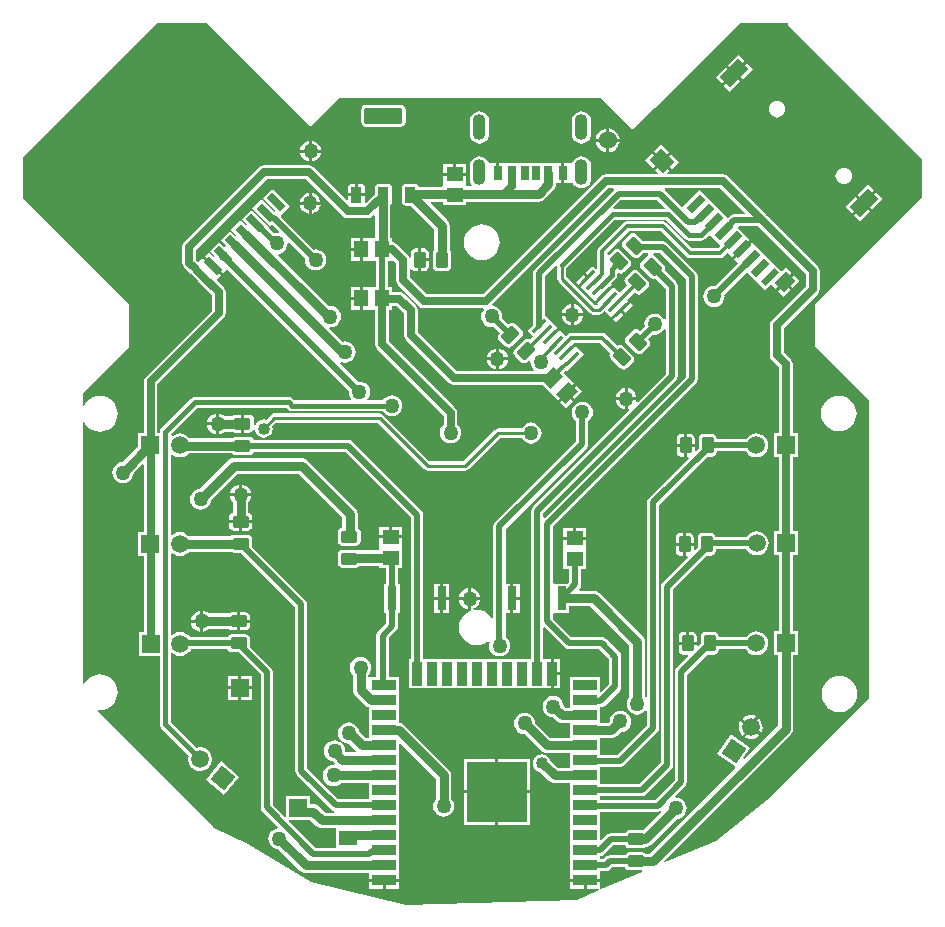
<source format=gbr>
%TF.GenerationSoftware,Altium Limited,Altium Designer,22.2.1 (43)*%
G04 Layer_Physical_Order=1*
G04 Layer_Color=255*
%FSLAX45Y45*%
%MOMM*%
%TF.SameCoordinates,E85C5352-B1E5-4D08-830E-0896481A3A09*%
%TF.FilePolarity,Positive*%
%TF.FileFunction,Copper,L1,Top,Signal*%
%TF.Part,Single*%
G01*
G75*
%TA.AperFunction,SMDPad,CuDef*%
%ADD10R,0.80000X1.20000*%
%ADD11R,0.76000X1.20000*%
%ADD12R,0.70000X1.20000*%
%ADD13R,2.00000X0.90000*%
G04:AMPARAMS|DCode=14|XSize=1mm|YSize=1.42mm|CornerRadius=0.125mm|HoleSize=0mm|Usage=FLASHONLY|Rotation=90.000|XOffset=0mm|YOffset=0mm|HoleType=Round|Shape=RoundedRectangle|*
%AMROUNDEDRECTD14*
21,1,1.00000,1.17000,0,0,90.0*
21,1,0.75000,1.42000,0,0,90.0*
1,1,0.25000,0.58500,0.37500*
1,1,0.25000,0.58500,-0.37500*
1,1,0.25000,-0.58500,-0.37500*
1,1,0.25000,-0.58500,0.37500*
%
%ADD14ROUNDEDRECTD14*%
G04:AMPARAMS|DCode=15|XSize=1.16mm|YSize=1.47mm|CornerRadius=0mm|HoleSize=0mm|Usage=FLASHONLY|Rotation=135.000|XOffset=0mm|YOffset=0mm|HoleType=Round|Shape=Rectangle|*
%AMROTATEDRECTD15*
4,1,4,0.92985,0.10960,-0.10960,-0.92985,-0.92985,-0.10960,0.10960,0.92985,0.92985,0.10960,0.0*
%
%ADD15ROTATEDRECTD15*%

%ADD16R,1.16000X1.47000*%
%ADD17R,1.47000X1.16000*%
%ADD18R,0.90000X2.00000*%
%ADD19R,5.08000X5.08000*%
G04:AMPARAMS|DCode=20|XSize=0.93mm|YSize=1.31mm|CornerRadius=0.06975mm|HoleSize=0mm|Usage=FLASHONLY|Rotation=0.000|XOffset=0mm|YOffset=0mm|HoleType=Round|Shape=RoundedRectangle|*
%AMROUNDEDRECTD20*
21,1,0.93000,1.17050,0,0,0.0*
21,1,0.79050,1.31000,0,0,0.0*
1,1,0.13950,0.39525,-0.58525*
1,1,0.13950,-0.39525,-0.58525*
1,1,0.13950,-0.39525,0.58525*
1,1,0.13950,0.39525,0.58525*
%
%ADD20ROUNDEDRECTD20*%
G04:AMPARAMS|DCode=21|XSize=3.24mm|YSize=1.31mm|CornerRadius=0.09825mm|HoleSize=0mm|Usage=FLASHONLY|Rotation=0.000|XOffset=0mm|YOffset=0mm|HoleType=Round|Shape=RoundedRectangle|*
%AMROUNDEDRECTD21*
21,1,3.24000,1.11350,0,0,0.0*
21,1,3.04350,1.31000,0,0,0.0*
1,1,0.19650,1.52175,-0.55675*
1,1,0.19650,-1.52175,-0.55675*
1,1,0.19650,-1.52175,0.55675*
1,1,0.19650,1.52175,0.55675*
%
%ADD21ROUNDEDRECTD21*%
G04:AMPARAMS|DCode=22|XSize=1.4732mm|YSize=0.3556mm|CornerRadius=0mm|HoleSize=0mm|Usage=FLASHONLY|Rotation=225.000|XOffset=0mm|YOffset=0mm|HoleType=Round|Shape=Rectangle|*
%AMROTATEDRECTD22*
4,1,4,0.39513,0.64658,0.64658,0.39513,-0.39513,-0.64658,-0.64658,-0.39513,0.39513,0.64658,0.0*
%
%ADD22ROTATEDRECTD22*%

G04:AMPARAMS|DCode=23|XSize=0.7mm|YSize=1.6mm|CornerRadius=0mm|HoleSize=0mm|Usage=FLASHONLY|Rotation=135.000|XOffset=0mm|YOffset=0mm|HoleType=Round|Shape=Rectangle|*
%AMROTATEDRECTD23*
4,1,4,0.81318,0.31820,-0.31820,-0.81318,-0.81318,-0.31820,0.31820,0.81318,0.81318,0.31820,0.0*
%
%ADD23ROTATEDRECTD23*%

G04:AMPARAMS|DCode=24|XSize=0.5mm|YSize=1.6mm|CornerRadius=0mm|HoleSize=0mm|Usage=FLASHONLY|Rotation=135.000|XOffset=0mm|YOffset=0mm|HoleType=Round|Shape=Rectangle|*
%AMROTATEDRECTD24*
4,1,4,0.74246,0.38891,-0.38891,-0.74246,-0.74246,-0.38891,0.38891,0.74246,0.74246,0.38891,0.0*
%
%ADD24ROTATEDRECTD24*%

G04:AMPARAMS|DCode=25|XSize=1.1mm|YSize=1.4mm|CornerRadius=0mm|HoleSize=0mm|Usage=FLASHONLY|Rotation=135.000|XOffset=0mm|YOffset=0mm|HoleType=Round|Shape=Rectangle|*
%AMROTATEDRECTD25*
4,1,4,0.88388,0.10607,-0.10607,-0.88388,-0.88388,-0.10607,0.10607,0.88388,0.88388,0.10607,0.0*
%
%ADD25ROTATEDRECTD25*%

G04:AMPARAMS|DCode=26|XSize=1.2mm|YSize=2.2mm|CornerRadius=0mm|HoleSize=0mm|Usage=FLASHONLY|Rotation=135.000|XOffset=0mm|YOffset=0mm|HoleType=Round|Shape=Rectangle|*
%AMROTATEDRECTD26*
4,1,4,1.20208,0.35355,-0.35355,-1.20208,-1.20208,-0.35355,0.35355,1.20208,1.20208,0.35355,0.0*
%
%ADD26ROTATEDRECTD26*%

G04:AMPARAMS|DCode=27|XSize=1.6mm|YSize=1.4mm|CornerRadius=0mm|HoleSize=0mm|Usage=FLASHONLY|Rotation=135.000|XOffset=0mm|YOffset=0mm|HoleType=Round|Shape=Rectangle|*
%AMROTATEDRECTD27*
4,1,4,1.06066,-0.07071,0.07071,-1.06066,-1.06066,0.07071,-0.07071,1.06066,1.06066,-0.07071,0.0*
%
%ADD27ROTATEDRECTD27*%

G04:AMPARAMS|DCode=28|XSize=1mm|YSize=1.42mm|CornerRadius=0.125mm|HoleSize=0mm|Usage=FLASHONLY|Rotation=45.000|XOffset=0mm|YOffset=0mm|HoleType=Round|Shape=RoundedRectangle|*
%AMROUNDEDRECTD28*
21,1,1.00000,1.17000,0,0,45.0*
21,1,0.75000,1.42000,0,0,45.0*
1,1,0.25000,0.67883,-0.14849*
1,1,0.25000,0.14849,-0.67883*
1,1,0.25000,-0.67883,0.14849*
1,1,0.25000,-0.14849,0.67883*
%
%ADD28ROUNDEDRECTD28*%
G04:AMPARAMS|DCode=29|XSize=1mm|YSize=1.42mm|CornerRadius=0.125mm|HoleSize=0mm|Usage=FLASHONLY|Rotation=135.000|XOffset=0mm|YOffset=0mm|HoleType=Round|Shape=RoundedRectangle|*
%AMROUNDEDRECTD29*
21,1,1.00000,1.17000,0,0,135.0*
21,1,0.75000,1.42000,0,0,135.0*
1,1,0.25000,0.14849,0.67883*
1,1,0.25000,0.67883,0.14849*
1,1,0.25000,-0.14849,-0.67883*
1,1,0.25000,-0.67883,-0.14849*
%
%ADD29ROUNDEDRECTD29*%
G04:AMPARAMS|DCode=30|XSize=1mm|YSize=1.42mm|CornerRadius=0.125mm|HoleSize=0mm|Usage=FLASHONLY|Rotation=0.000|XOffset=0mm|YOffset=0mm|HoleType=Round|Shape=RoundedRectangle|*
%AMROUNDEDRECTD30*
21,1,1.00000,1.17000,0,0,0.0*
21,1,0.75000,1.42000,0,0,0.0*
1,1,0.25000,0.37500,-0.58500*
1,1,0.25000,-0.37500,-0.58500*
1,1,0.25000,-0.37500,0.58500*
1,1,0.25000,0.37500,0.58500*
%
%ADD30ROUNDEDRECTD30*%
%ADD31R,0.80000X2.00000*%
%TA.AperFunction,Conductor*%
%ADD32C,0.63500*%
%ADD33C,0.40000*%
%ADD34C,0.80000*%
%ADD35C,0.50000*%
%ADD36C,0.30000*%
%ADD37C,0.25400*%
%ADD38C,0.59944*%
%ADD39C,0.50038*%
%ADD40C,0.31000*%
%ADD41C,0.32000*%
%ADD42C,0.27940*%
%TA.AperFunction,ComponentPad*%
%ADD43O,1.10000X2.20000*%
%ADD44C,1.50800*%
%ADD45R,1.50800X1.50800*%
%ADD46P,2.13263X4X365.0*%
%ADD47R,0.90000X2.00000*%
%ADD48P,2.13263X4X280.0*%
%TA.AperFunction,ViaPad*%
%ADD49C,1.52400*%
%TA.AperFunction,ComponentPad*%
G04:AMPARAMS|DCode=50|XSize=1.6mm|YSize=0.6mm|CornerRadius=0mm|HoleSize=0mm|Usage=FLASHONLY|Rotation=135.000|XOffset=0mm|YOffset=0mm|HoleType=Round|Shape=Rectangle|*
%AMROTATEDRECTD50*
4,1,4,0.77782,-0.35356,0.35356,-0.77782,-0.77782,0.35356,-0.35356,0.77782,0.77782,-0.35356,0.0*
%
%ADD50ROTATEDRECTD50*%

%ADD51R,1.50000X1.50000*%
%ADD52R,1.50000X1.50000*%
%ADD53R,1.50000X1.25000*%
%TA.AperFunction,ViaPad*%
%ADD54C,1.27000*%
%ADD55C,1.01600*%
G36*
X12353204Y11232030D02*
X12204723Y11083550D01*
X12056242Y11232030D01*
X12060719Y11244730D01*
X12352918D01*
X12353204Y11232030D01*
D02*
G37*
G36*
X12061305Y11081623D02*
X12056445Y11069889D01*
X11627883D01*
X11622622Y11082589D01*
X11687505Y11147473D01*
X11995455D01*
X12061305Y11081623D01*
D02*
G37*
G36*
X12734080Y11035921D02*
X12729220Y11024187D01*
X12646081D01*
X12626416Y11020276D01*
X12609745Y11009136D01*
X12593123Y10992515D01*
X12508970Y11076667D01*
X12508968Y11076665D01*
X12438821Y11146812D01*
X12438824Y11146814D01*
X12353607Y11232030D01*
X12353893Y11244730D01*
X12525268D01*
X12734080Y11035921D01*
D02*
G37*
G36*
X9331397Y11007797D02*
X9350301Y10995166D01*
X9372600Y10990730D01*
X9539458D01*
X9561755Y10995165D01*
X9561756Y10995166D01*
X9561757Y10995166D01*
X9580660Y11007796D01*
X9590665Y11017801D01*
X9602398Y11012941D01*
Y10825320D01*
X9583900D01*
X9580400Y10825320D01*
X9571200D01*
X9567700Y10825320D01*
X9500500D01*
Y10726420D01*
Y10627520D01*
X9567700D01*
X9571200Y10627520D01*
X9580400D01*
X9583900Y10627520D01*
X9614954D01*
Y10411300D01*
X9581360D01*
X9577860Y10411300D01*
X9568660D01*
X9565160Y10411300D01*
X9497960D01*
Y10312400D01*
Y10213500D01*
X9565160D01*
X9568660Y10213500D01*
X9577860D01*
X9581360Y10213500D01*
X9605531D01*
Y9924679D01*
X9609967Y9902380D01*
X9622598Y9883476D01*
X10185550Y9320524D01*
Y9241824D01*
X10180416Y9237884D01*
X10166166Y9219314D01*
X10157208Y9197687D01*
X10154153Y9174480D01*
X10157208Y9151273D01*
X10166166Y9129646D01*
X10180416Y9111076D01*
X10198986Y9096826D01*
X10220613Y9087868D01*
X10243820Y9084813D01*
X10267027Y9087868D01*
X10288654Y9096826D01*
X10307224Y9111076D01*
X10321474Y9129646D01*
X10330432Y9151273D01*
X10333487Y9174480D01*
X10330432Y9197687D01*
X10321474Y9219314D01*
X10307224Y9237884D01*
X10302090Y9241824D01*
Y9344660D01*
X10297654Y9366959D01*
X10285023Y9385863D01*
X9722070Y9948815D01*
Y10213500D01*
X9744660D01*
Y10251590D01*
X9785344D01*
X9850270Y10186664D01*
Y9999980D01*
X9854706Y9977681D01*
X9867337Y9958777D01*
X10229292Y9596823D01*
X10248196Y9584191D01*
X10270495Y9579756D01*
X11024559D01*
X11092719Y9511595D01*
X11098447Y9505867D01*
X11104175Y9500139D01*
X11151693Y9452621D01*
X11221626Y9522554D01*
X11291559Y9592487D01*
X11244041Y9640005D01*
X11238313Y9645733D01*
X11201266Y9682779D01*
X11224312Y9705826D01*
X11230797Y9699341D01*
X11370889Y9839432D01*
X11302641Y9907680D01*
X11232595Y9837635D01*
X11214635Y9855595D01*
X11286834Y9927795D01*
X11290833Y9937449D01*
X11511428D01*
X11596209Y9852665D01*
X11590501Y9844121D01*
X11587559Y9829333D01*
X11590501Y9814546D01*
X11598877Y9802009D01*
X11681609Y9719277D01*
X11694146Y9710901D01*
X11708933Y9707959D01*
X11723721Y9710901D01*
X11736257Y9719277D01*
X11789290Y9772310D01*
X11797667Y9784847D01*
X11800609Y9799635D01*
X11797667Y9814422D01*
X11789290Y9826959D01*
X11706559Y9909690D01*
X11694022Y9918067D01*
X11679235Y9921009D01*
X11664447Y9918067D01*
X11655905Y9912360D01*
X11558761Y10009507D01*
X11558760Y10009508D01*
X11545067Y10018658D01*
X11528913Y10021871D01*
X11528912Y10021871D01*
X11266856D01*
X11250702Y10018658D01*
X11237008Y10009508D01*
X11237007Y10009507D01*
X11218911Y9991411D01*
X11218226Y9992096D01*
X11218223Y9992093D01*
X11185893Y10024423D01*
X11185896Y10024426D01*
X11164343Y10045978D01*
X11094297Y9975933D01*
X11076337Y9993893D01*
X11146383Y10063939D01*
X11124830Y10085492D01*
X11044507Y10165814D01*
Y10504475D01*
X11128158Y10588125D01*
X11141938Y10583945D01*
X11143394Y10576626D01*
X11147313Y10570760D01*
Y10480040D01*
X11150271Y10465174D01*
X11158691Y10452571D01*
X11425391Y10185871D01*
X11437994Y10177451D01*
X11452860Y10174493D01*
X11500536D01*
X11515402Y10177451D01*
X11528004Y10185871D01*
X11549226Y10207093D01*
X11582822Y10173497D01*
X11604374Y10151944D01*
X11674420Y10221990D01*
X11744466Y10292036D01*
X11736598Y10299904D01*
X11793439Y10356747D01*
X11806139D01*
X11808609Y10354277D01*
X11821146Y10345901D01*
X11835933Y10342959D01*
X11850721Y10345901D01*
X11863257Y10354277D01*
X11916290Y10407310D01*
X11924667Y10419847D01*
X11927609Y10434635D01*
X11924667Y10449422D01*
X11916290Y10461959D01*
X11833559Y10544690D01*
X11821022Y10553067D01*
X11806235Y10556009D01*
X11791447Y10553067D01*
X11778910Y10544690D01*
X11725877Y10491657D01*
X11717501Y10479121D01*
X11714559Y10464333D01*
X11717501Y10449546D01*
X11725877Y10437009D01*
X11740094Y10422792D01*
X11685599Y10368297D01*
X11667922Y10368580D01*
X11645684Y10390818D01*
X11645687Y10390821D01*
X11624134Y10412373D01*
X11554088Y10342328D01*
X11484042Y10272281D01*
X11491227Y10265097D01*
X11491224Y10265094D01*
X11494288Y10262030D01*
X11484445Y10252187D01*
X11468951D01*
X11225007Y10496131D01*
Y10567723D01*
X11634594Y10977311D01*
X12063235D01*
X12227477Y10813069D01*
X12227477Y10813068D01*
X12242495Y10803034D01*
X12260209Y10799511D01*
X12363520D01*
X12363521Y10799510D01*
X12381235Y10803034D01*
X12396253Y10813068D01*
X12427342Y10844157D01*
X12444334Y10843188D01*
X12515475Y10772047D01*
X12515472Y10772045D01*
X12528694Y10758823D01*
X12504973Y10735101D01*
X12285473D01*
X12069087Y10951487D01*
X12055559Y10960527D01*
X12039600Y10963701D01*
X11734800D01*
X11718841Y10960527D01*
X11705313Y10951487D01*
X11499573Y10745747D01*
X11490533Y10732219D01*
X11487359Y10716260D01*
Y10565737D01*
X11475626Y10560877D01*
X11446323Y10590179D01*
X11385257Y10529114D01*
X11415790Y10498581D01*
X11406810Y10489601D01*
X11415790Y10480620D01*
X11345744Y10410574D01*
X11352926Y10403392D01*
X11397828Y10358490D01*
X11458894Y10297424D01*
X11458897Y10297427D01*
X11466081Y10290242D01*
X11536128Y10360288D01*
X11606173Y10430334D01*
X11601187Y10435320D01*
X11639119Y10473251D01*
X11639119Y10473252D01*
X11649154Y10488269D01*
X11652677Y10505984D01*
X11652677Y10505985D01*
Y10519163D01*
X11665377Y10525951D01*
X11668746Y10523701D01*
X11683533Y10520759D01*
X11698321Y10523701D01*
X11710857Y10532077D01*
X11763890Y10585110D01*
X11772267Y10597647D01*
X11775209Y10612435D01*
X11772267Y10627222D01*
X11763890Y10639759D01*
X11681159Y10722490D01*
X11668622Y10730867D01*
X11653835Y10733809D01*
X11639047Y10730867D01*
X11626510Y10722490D01*
X11583461Y10679441D01*
X11570761Y10684702D01*
Y10698987D01*
X11752073Y10880299D01*
X12022327D01*
X12238713Y10663913D01*
X12252241Y10654873D01*
X12268200Y10651699D01*
X12522246D01*
X12538204Y10654873D01*
X12551733Y10663913D01*
X12587668Y10699849D01*
X12600890Y10686627D01*
X12600893Y10686629D01*
X12626986Y10660536D01*
X12701515Y10735065D01*
X12776044Y10809594D01*
X12742315Y10843323D01*
X12742313Y10843320D01*
X12676920Y10908713D01*
X12682181Y10921413D01*
X12846989D01*
X13251331Y10517072D01*
Y10412736D01*
X12963597Y10125003D01*
X12950966Y10106099D01*
X12946530Y10083800D01*
Y9829800D01*
X12950966Y9807501D01*
X12963597Y9788597D01*
X13022729Y9729464D01*
Y9168600D01*
X12980200D01*
Y8967000D01*
X13022729D01*
Y8338858D01*
X12983279D01*
Y8137258D01*
X13022729D01*
Y7492200D01*
X12980200D01*
Y7290600D01*
X13015036D01*
Y6697363D01*
X12732999Y6415327D01*
X12723270Y6423490D01*
X12780814Y6505671D01*
X12615673Y6621303D01*
X12500040Y6456163D01*
X12652984Y6349070D01*
X12654091Y6336418D01*
X11928939Y5611267D01*
X11895118D01*
X11884288Y5618503D01*
X11869500Y5621445D01*
X11752500D01*
X11737712Y5618503D01*
X11725176Y5610127D01*
X11716799Y5597591D01*
X11716620Y5596690D01*
X11590503D01*
X11570838Y5592778D01*
X11554166Y5581639D01*
X11535456Y5562928D01*
X11507806D01*
Y5587525D01*
X11525606Y5591065D01*
X11542277Y5602205D01*
X11620988Y5680915D01*
X11716620D01*
X11716799Y5680015D01*
X11725176Y5667478D01*
X11737712Y5659102D01*
X11752500Y5656160D01*
X11869500D01*
X11884288Y5659102D01*
X11895932Y5666882D01*
X11908875Y5668586D01*
X11924785Y5675176D01*
X11938446Y5685659D01*
X12158069Y5905282D01*
X12177107Y5907788D01*
X12198734Y5916746D01*
X12217304Y5930996D01*
X12231554Y5949566D01*
X12240512Y5971193D01*
X12243567Y5994400D01*
X12240512Y6017607D01*
X12231554Y6039234D01*
X12217304Y6057804D01*
X12198734Y6072054D01*
X12177107Y6081012D01*
X12153900Y6084067D01*
X12151803Y6083791D01*
X12146186Y6095181D01*
X12228336Y6177332D01*
X12239476Y6194003D01*
X12243387Y6213668D01*
Y7124217D01*
X12413432Y7294258D01*
X12475403D01*
X12490190Y7297199D01*
X12502727Y7305576D01*
X12511103Y7318112D01*
X12514045Y7332900D01*
Y7340013D01*
X12743374D01*
X12759107Y7319509D01*
X12780163Y7303352D01*
X12804684Y7293195D01*
X12830998Y7289730D01*
X12857312Y7293195D01*
X12881833Y7303352D01*
X12902888Y7319509D01*
X12919046Y7340565D01*
X12929202Y7365086D01*
X12932668Y7391400D01*
X12929202Y7417714D01*
X12919046Y7442235D01*
X12902888Y7463291D01*
X12881833Y7479448D01*
X12857312Y7489605D01*
X12830998Y7493070D01*
X12804684Y7489605D01*
X12780163Y7479448D01*
X12759107Y7463291D01*
X12743374Y7442787D01*
X12514045D01*
Y7449900D01*
X12511103Y7464688D01*
X12502727Y7477224D01*
X12490190Y7485601D01*
X12475403Y7488542D01*
X12400402D01*
X12385615Y7485601D01*
X12373078Y7477224D01*
X12364702Y7464688D01*
X12361760Y7449900D01*
Y7387931D01*
X12338773Y7364945D01*
X12327040Y7369805D01*
Y7378700D01*
X12174755D01*
Y7332900D01*
X12177697Y7318112D01*
X12186073Y7305576D01*
X12198610Y7297199D01*
X12213397Y7294258D01*
X12251491D01*
X12256351Y7282524D01*
X12155664Y7181839D01*
X12144525Y7165168D01*
X12140613Y7145503D01*
Y6234953D01*
X11974307Y6068647D01*
X11507806D01*
Y6095154D01*
X11861541D01*
X11881206Y6099065D01*
X11897877Y6110205D01*
X12111496Y6323824D01*
X12122636Y6340495D01*
X12126547Y6360160D01*
Y7849976D01*
X12409033Y8132458D01*
X12450003D01*
X12464790Y8135399D01*
X12477327Y8143776D01*
X12485703Y8156312D01*
X12488645Y8171100D01*
Y8186671D01*
X12746457D01*
X12762190Y8166167D01*
X12783247Y8150010D01*
X12807767Y8139853D01*
X12834082Y8136389D01*
X12860396Y8139853D01*
X12884917Y8150010D01*
X12905972Y8166167D01*
X12922130Y8187223D01*
X12932288Y8211744D01*
X12935751Y8238058D01*
X12932288Y8264372D01*
X12922130Y8288893D01*
X12905972Y8309949D01*
X12884917Y8326107D01*
X12860396Y8336263D01*
X12834082Y8339728D01*
X12807767Y8336263D01*
X12783247Y8326107D01*
X12762190Y8309949D01*
X12746457Y8289445D01*
X12488377D01*
X12485703Y8302888D01*
X12477327Y8315424D01*
X12464790Y8323801D01*
X12450003Y8326742D01*
X12375002D01*
X12360215Y8323801D01*
X12347678Y8315424D01*
X12339302Y8302888D01*
X12336360Y8288100D01*
Y8205130D01*
X12314345Y8183115D01*
X12301645Y8188376D01*
Y8216900D01*
X12238203D01*
Y8132458D01*
X12245726D01*
X12250986Y8119758D01*
X12038824Y7907598D01*
X12027684Y7890927D01*
X12023773Y7871262D01*
Y6381445D01*
X11840256Y6197928D01*
X11507806D01*
Y6345552D01*
X11680139D01*
X11699804Y6349464D01*
X11716475Y6360603D01*
X11994656Y6638784D01*
X12005796Y6655455D01*
X12009707Y6675120D01*
Y8563234D01*
X12417131Y8970658D01*
X12458100D01*
X12472888Y8973599D01*
X12485424Y8981976D01*
X12493801Y8994512D01*
X12496742Y9009300D01*
Y9016413D01*
X12743374D01*
X12759107Y8995909D01*
X12780163Y8979752D01*
X12804684Y8969595D01*
X12830998Y8966130D01*
X12857312Y8969595D01*
X12881833Y8979752D01*
X12902888Y8995909D01*
X12919046Y9016965D01*
X12929202Y9041486D01*
X12932668Y9067800D01*
X12929202Y9094114D01*
X12919046Y9118635D01*
X12902888Y9139691D01*
X12881833Y9155848D01*
X12857312Y9166005D01*
X12830998Y9169470D01*
X12804684Y9166005D01*
X12780163Y9155848D01*
X12759107Y9139691D01*
X12743374Y9119187D01*
X12496742D01*
Y9126300D01*
X12493801Y9141088D01*
X12485424Y9153624D01*
X12472888Y9162001D01*
X12458100Y9164942D01*
X12383100D01*
X12368312Y9162001D01*
X12355776Y9153624D01*
X12347399Y9141088D01*
X12344458Y9126300D01*
Y9043329D01*
X12322442Y9021314D01*
X12309742Y9026575D01*
Y9055100D01*
X12246300D01*
Y8970658D01*
X12253825D01*
X12259086Y8957958D01*
X11921984Y8620856D01*
X11910844Y8604184D01*
X11906933Y8584519D01*
Y6946126D01*
X11894233Y6940202D01*
X11889664Y6944034D01*
Y7404100D01*
X11887417Y7421173D01*
X11880827Y7437082D01*
X11870344Y7450744D01*
X11502044Y7819044D01*
X11488382Y7829527D01*
X11472473Y7836117D01*
X11455400Y7838364D01*
X11338032D01*
X11333172Y7850098D01*
X11336796Y7853722D01*
X11347936Y7870393D01*
X11351847Y7890058D01*
Y8022640D01*
X11394280D01*
Y8185940D01*
X11394280Y8189440D01*
Y8198640D01*
X11394280Y8202140D01*
Y8269340D01*
X11295380D01*
X11196480D01*
Y8202140D01*
X11196480Y8198640D01*
Y8189440D01*
X11196480Y8185940D01*
Y8022640D01*
X11249073D01*
Y7911343D01*
X11235530Y7897800D01*
X11117402D01*
X11113087Y7908713D01*
Y8381035D01*
X12322316Y9590264D01*
X12333456Y9606935D01*
X12337367Y9626600D01*
Y10497820D01*
X12333456Y10517485D01*
X12322316Y10534156D01*
X12075469Y10781004D01*
X12058798Y10792143D01*
X12039133Y10796055D01*
X11872059D01*
X11813391Y10854723D01*
X11800854Y10863099D01*
X11786067Y10866041D01*
X11771279Y10863099D01*
X11758743Y10854723D01*
X11705710Y10801690D01*
X11697333Y10789153D01*
X11694391Y10774365D01*
X11697333Y10759578D01*
X11705710Y10747041D01*
X11788441Y10664310D01*
X11800978Y10655933D01*
X11815765Y10652991D01*
X11830553Y10655933D01*
X11843090Y10664310D01*
X11872060Y10693280D01*
X11912764D01*
X11916616Y10680580D01*
X11911143Y10676923D01*
X11858110Y10623890D01*
X11849733Y10611353D01*
X11846791Y10596565D01*
X11849733Y10581778D01*
X11858110Y10569241D01*
X11940841Y10486510D01*
X11953378Y10478133D01*
X11968165Y10475191D01*
X11981834Y10477910D01*
X12064413Y10395331D01*
Y10140116D01*
X12051713Y10137589D01*
X12051214Y10138794D01*
X12036964Y10157364D01*
X12018394Y10171614D01*
X11996767Y10180572D01*
X11973560Y10183627D01*
X11950353Y10180572D01*
X11928726Y10171614D01*
X11910156Y10157364D01*
X11895906Y10138794D01*
X11886948Y10117167D01*
X11883893Y10093960D01*
X11885870Y10078943D01*
X11843821Y10036893D01*
X11838791Y10041923D01*
X11826254Y10050299D01*
X11811467Y10053241D01*
X11796679Y10050299D01*
X11784143Y10041923D01*
X11731110Y9988890D01*
X11722733Y9976353D01*
X11719791Y9961565D01*
X11722733Y9946778D01*
X11731110Y9934241D01*
X11813841Y9851510D01*
X11826378Y9843133D01*
X11841165Y9840191D01*
X11855953Y9843133D01*
X11868490Y9851510D01*
X11921523Y9904543D01*
X11929899Y9917079D01*
X11932841Y9931867D01*
X11929899Y9946654D01*
X11921523Y9959191D01*
X11916493Y9964221D01*
X11958543Y10006270D01*
X11973560Y10004293D01*
X11996767Y10007348D01*
X12018394Y10016306D01*
X12036964Y10030556D01*
X12051214Y10049126D01*
X12051713Y10050331D01*
X12064413Y10047804D01*
Y9673285D01*
X11828065Y9436937D01*
X11823645Y9438405D01*
X11816685Y9443518D01*
X11817715Y9451340D01*
X11742420D01*
Y9376045D01*
X11750242Y9377075D01*
X11755355Y9370115D01*
X11756823Y9365695D01*
X10940568Y8549441D01*
X10929429Y8532770D01*
X10925517Y8513105D01*
Y7260941D01*
X10144505D01*
Y7260941D01*
X10031305D01*
Y7260941D01*
X10010727D01*
Y8481060D01*
X10006816Y8500725D01*
X9995676Y8517396D01*
X9413539Y9099539D01*
X9396867Y9110678D01*
X9377203Y9114590D01*
X8575440D01*
X8575261Y9115491D01*
X8566884Y9128027D01*
X8554348Y9136403D01*
X8539560Y9139345D01*
X8422560D01*
X8407772Y9136403D01*
X8400378Y9131463D01*
X8028943D01*
X8022630Y9139691D01*
X8001573Y9155848D01*
X7977053Y9166005D01*
X7950738Y9169470D01*
X7924424Y9166005D01*
X7899904Y9155848D01*
X7891948Y9149744D01*
X7879118Y9155502D01*
X7878126Y9163942D01*
X8098914Y9384731D01*
X8854540D01*
X8868921Y9370349D01*
X8868922Y9370348D01*
X8883939Y9360314D01*
X8901654Y9356791D01*
X9669443D01*
X9682576Y9339676D01*
X9701146Y9325426D01*
X9722773Y9316468D01*
X9745980Y9313413D01*
X9769187Y9316468D01*
X9790814Y9325426D01*
X9809384Y9339676D01*
X9823634Y9358246D01*
X9832592Y9379873D01*
X9835647Y9403080D01*
X9832592Y9426287D01*
X9823634Y9447914D01*
X9809384Y9466484D01*
X9790814Y9480734D01*
X9769187Y9489692D01*
X9745980Y9492747D01*
X9722773Y9489692D01*
X9701146Y9480734D01*
X9682576Y9466484D01*
X9669443Y9449369D01*
X9545589D01*
X9539326Y9462069D01*
X9549314Y9475086D01*
X9558272Y9496713D01*
X9561327Y9519920D01*
X9558272Y9543127D01*
X9549314Y9564754D01*
X9535064Y9583324D01*
X9516494Y9597574D01*
X9494867Y9606532D01*
X9471660Y9609587D01*
X9462978Y9608444D01*
X9305135Y9766287D01*
X9312329Y9777054D01*
X9326807Y9771057D01*
X9350015Y9768001D01*
X9373222Y9771057D01*
X9394848Y9780014D01*
X9413419Y9794264D01*
X9427668Y9812835D01*
X9436626Y9834461D01*
X9439682Y9857668D01*
X9436626Y9880876D01*
X9427668Y9902502D01*
X9413419Y9921073D01*
X9394848Y9935322D01*
X9373222Y9944280D01*
X9350015Y9947335D01*
X9329534Y9944639D01*
X9217484Y10056689D01*
X9223101Y10068080D01*
X9225280Y10067793D01*
X9248487Y10070848D01*
X9270114Y10079806D01*
X9288684Y10094056D01*
X9302934Y10112626D01*
X9311892Y10134253D01*
X9314947Y10157460D01*
X9311892Y10180667D01*
X9302934Y10202294D01*
X9288684Y10220864D01*
X9270114Y10235114D01*
X9248487Y10244072D01*
X9225280Y10247127D01*
X9213567Y10245585D01*
X8783395Y10675756D01*
X8787947Y10689165D01*
X8798907Y10690608D01*
X8820534Y10699566D01*
X8839104Y10713816D01*
X8853354Y10732386D01*
X8862312Y10754013D01*
X8865367Y10777220D01*
X8864430Y10784335D01*
X8876459Y10790267D01*
X9013689Y10653037D01*
X9011712Y10638020D01*
X9014767Y10614812D01*
X9023725Y10593186D01*
X9037975Y10574616D01*
X9056545Y10560366D01*
X9078171Y10551408D01*
X9101379Y10548353D01*
X9124586Y10551408D01*
X9146212Y10560366D01*
X9164783Y10574616D01*
X9179033Y10593186D01*
X9187991Y10614812D01*
X9191046Y10638020D01*
X9187991Y10661227D01*
X9179033Y10682853D01*
X9164783Y10701424D01*
X9146212Y10715674D01*
X9124586Y10724632D01*
X9101379Y10727687D01*
X9086361Y10725710D01*
X8808152Y11003919D01*
X8804507Y11015109D01*
X8809715Y11020317D01*
X8882854Y11093457D01*
X8733797Y11242514D01*
X8655449Y11164167D01*
X8760118Y11059499D01*
X8755562Y11046094D01*
X8752417Y11045683D01*
X8722755Y11075344D01*
X8718546Y11078156D01*
X8643992Y11152710D01*
X8565645Y11074363D01*
X8714703Y10925305D01*
X8728062Y10938664D01*
X8788747Y10877979D01*
X8782815Y10865950D01*
X8775700Y10866887D01*
X8752493Y10863832D01*
X8749024Y10862395D01*
X8700409Y10911011D01*
X8703246Y10913848D01*
X8554188Y11062906D01*
X8475841Y10984559D01*
X8516541Y10943858D01*
X8511955Y10930484D01*
X8507563Y10929933D01*
X8464389Y10973107D01*
X8386042Y10894760D01*
X8429288Y10851513D01*
X8428251Y10845850D01*
X8416071Y10841816D01*
X8374585Y10883303D01*
X8296237Y10804955D01*
X8338838Y10762355D01*
X8336516Y10752794D01*
X8327381Y10750898D01*
X8284780Y10793498D01*
X8206433Y10715151D01*
X8249384Y10672200D01*
X8248834Y10667777D01*
X8235465Y10663185D01*
X8194966Y10703684D01*
X8164773Y10673490D01*
X8239302Y10598962D01*
X8313831Y10524433D01*
X8344024Y10554626D01*
X8356450Y10555289D01*
X9383136Y9528602D01*
X9381993Y9519920D01*
X9385048Y9496713D01*
X9394006Y9475086D01*
X9403994Y9462069D01*
X9397731Y9449369D01*
X8920827D01*
X8906445Y9463752D01*
X8891428Y9473786D01*
X8873714Y9477310D01*
X8873712Y9477309D01*
X8079740D01*
X8062026Y9473786D01*
X8047008Y9463752D01*
X8047008Y9463751D01*
X7795548Y9212292D01*
X7785514Y9197274D01*
X7781990Y9179560D01*
X7776941Y9168600D01*
X7762090D01*
Y9584684D01*
X8321603Y10144197D01*
X8334234Y10163101D01*
X8338670Y10185400D01*
Y10363916D01*
X8334235Y10386214D01*
X8334234Y10386214D01*
X8334234Y10386215D01*
X8321604Y10405118D01*
X8261356Y10465368D01*
X8265677Y10476279D01*
X8295870Y10506472D01*
X8221341Y10581001D01*
X8146812Y10655530D01*
X8116619Y10625337D01*
X8105710Y10621012D01*
X8087210Y10639512D01*
Y10722604D01*
X8685536Y11320930D01*
X9018264D01*
X9331397Y11007797D01*
D02*
G37*
G36*
X11626718Y11232030D02*
X10956784Y10562096D01*
X10945644Y10545425D01*
X10941733Y10525760D01*
Y10085589D01*
X10893141Y10036997D01*
X10940522Y9989616D01*
X10917812Y9966904D01*
X10911073Y9971407D01*
X10896285Y9974349D01*
X10881498Y9971407D01*
X10868961Y9963030D01*
X10786230Y9880299D01*
X10777853Y9867762D01*
X10774911Y9852975D01*
X10777853Y9838187D01*
X10786230Y9825650D01*
X10839263Y9772617D01*
X10851799Y9764241D01*
X10866587Y9761299D01*
X10881374Y9764241D01*
X10893911Y9772617D01*
X10907116Y9785822D01*
X10919145Y9779890D01*
X10918693Y9776460D01*
X10921748Y9753253D01*
X10930706Y9731626D01*
X10944956Y9713056D01*
X10950248Y9708995D01*
X10945937Y9696295D01*
X10294631D01*
X9966810Y10024116D01*
Y10210800D01*
X9962374Y10233099D01*
X9949743Y10252003D01*
X9850683Y10351063D01*
X9831779Y10363694D01*
X9809480Y10368130D01*
X9744660D01*
Y10411300D01*
X9717728D01*
Y10627520D01*
X9747200D01*
Y10631281D01*
X9758933Y10636141D01*
X9781690Y10613384D01*
Y10464800D01*
X9786126Y10442501D01*
X9798757Y10423597D01*
X9976557Y10245797D01*
X9995461Y10233166D01*
X10017760Y10228730D01*
X10516475D01*
X10522738Y10216030D01*
X10514146Y10204834D01*
X10505188Y10183207D01*
X10502133Y10160000D01*
X10505188Y10136793D01*
X10514146Y10115166D01*
X10528396Y10096596D01*
X10546966Y10082346D01*
X10568593Y10073388D01*
X10591800Y10070333D01*
X10606817Y10072310D01*
X10660297Y10018831D01*
X10653997Y10012531D01*
X10645621Y9999994D01*
X10642679Y9985207D01*
X10645621Y9970419D01*
X10653997Y9957883D01*
X10707030Y9904850D01*
X10719567Y9896473D01*
X10734355Y9893531D01*
X10749142Y9896473D01*
X10761679Y9904850D01*
X10844410Y9987581D01*
X10852787Y10000118D01*
X10855729Y10014905D01*
X10852787Y10029693D01*
X10844410Y10042230D01*
X10791377Y10095263D01*
X10778841Y10103639D01*
X10764053Y10106581D01*
X10749266Y10103639D01*
X10736729Y10095263D01*
X10732969Y10091503D01*
X10679490Y10144983D01*
X10681467Y10160000D01*
X10678412Y10183207D01*
X10669454Y10204834D01*
X10655204Y10223404D01*
X10636634Y10237654D01*
X10615007Y10246612D01*
X10602610Y10248244D01*
X10598059Y10261653D01*
X11581136Y11244730D01*
X11622241D01*
X11626718Y11232030D01*
D02*
G37*
G36*
X12234593Y10476535D02*
Y9647885D01*
X11040025Y8453318D01*
X11028292Y8458178D01*
Y8491819D01*
X12152136Y9615664D01*
X12163276Y9632335D01*
X12167187Y9652000D01*
Y10414000D01*
X12166927Y10415309D01*
X12167187Y10416616D01*
X12163275Y10436281D01*
X12152136Y10452952D01*
X12055341Y10549748D01*
X12056899Y10552079D01*
X12059841Y10566867D01*
X12056899Y10581654D01*
X12048523Y10594191D01*
X11965791Y10676923D01*
X11960318Y10680580D01*
X11964170Y10693280D01*
X12017847D01*
X12234593Y10476535D01*
D02*
G37*
G36*
X8392532Y8161957D02*
X8407320Y8159015D01*
X8469290D01*
X8927513Y7700797D01*
Y6311900D01*
X8931424Y6292235D01*
X8942564Y6275564D01*
X9234923Y5983205D01*
X9251594Y5972065D01*
X9255917Y5971205D01*
X9254667Y5958505D01*
X9181742D01*
X9126987Y6013261D01*
X9113325Y6023744D01*
X9097416Y6030334D01*
X9080343Y6032582D01*
X9053900D01*
Y6099880D01*
X8853100D01*
Y5924732D01*
X8841367Y5919872D01*
X8738187Y6023051D01*
Y7149902D01*
X8734275Y7169568D01*
X8723136Y7186239D01*
X8545182Y7364188D01*
Y7429378D01*
X8542241Y7444165D01*
X8533864Y7456702D01*
X8521328Y7465078D01*
X8506540Y7468020D01*
X8389540D01*
X8374752Y7465078D01*
X8362216Y7456702D01*
X8353839Y7444165D01*
X8353565Y7442787D01*
X8039006D01*
X8027171Y7458211D01*
X8006115Y7474368D01*
X7981594Y7484525D01*
X7955280Y7487990D01*
X7928966Y7484525D01*
X7904445Y7474368D01*
X7887269Y7461189D01*
X7874569Y7466402D01*
Y8147110D01*
X7887269Y8153373D01*
X7899365Y8144092D01*
X7923886Y8133935D01*
X7950200Y8130470D01*
X7976514Y8133935D01*
X8001035Y8144092D01*
X8022091Y8160249D01*
X8027797Y8167684D01*
X8383960D01*
X8392532Y8161957D01*
D02*
G37*
G36*
X11757736Y7376777D02*
Y6938388D01*
X11746046Y6923154D01*
X11737088Y6901527D01*
X11734033Y6878320D01*
X11737088Y6855113D01*
X11746046Y6833486D01*
X11760296Y6814916D01*
X11778866Y6800666D01*
X11800493Y6791708D01*
X11823700Y6788653D01*
X11846907Y6791708D01*
X11868534Y6800666D01*
X11887104Y6814916D01*
X11894233Y6824206D01*
X11906933Y6819895D01*
Y6696405D01*
X11658854Y6448326D01*
X11507806D01*
Y6588577D01*
X11604981D01*
X11622053Y6590824D01*
X11637963Y6597414D01*
X11651624Y6607897D01*
X11685609Y6641882D01*
X11704647Y6644388D01*
X11726273Y6653346D01*
X11744844Y6667596D01*
X11759094Y6686166D01*
X11768051Y6707793D01*
X11771107Y6731000D01*
X11768051Y6754207D01*
X11759094Y6775834D01*
X11744844Y6794404D01*
X11726273Y6808654D01*
X11704647Y6817612D01*
X11681440Y6820667D01*
X11658232Y6817612D01*
X11636606Y6808654D01*
X11618035Y6794404D01*
X11603786Y6775834D01*
X11594828Y6754207D01*
X11592321Y6735169D01*
X11577657Y6720505D01*
X11507806D01*
Y6849793D01*
X11511280D01*
X11530945Y6853704D01*
X11547616Y6864844D01*
X11674616Y6991844D01*
X11685756Y7008515D01*
X11689667Y7028180D01*
Y7279640D01*
X11685756Y7299305D01*
X11674616Y7315976D01*
X11560316Y7430276D01*
X11543645Y7441416D01*
X11523980Y7445327D01*
X11265865D01*
X11113087Y7598105D01*
Y7636087D01*
X11117402Y7647000D01*
X11248202D01*
Y7706436D01*
X11428077D01*
X11757736Y7376777D01*
D02*
G37*
G36*
X12031728Y5965516D02*
X11873801Y5807589D01*
X11869500Y5808445D01*
X11752500D01*
X11737712Y5805503D01*
X11725176Y5797127D01*
X11716799Y5784590D01*
X11716620Y5783690D01*
X11599702D01*
X11580037Y5779778D01*
X11563366Y5768639D01*
X11519539Y5724811D01*
X11507806Y5729672D01*
Y5822141D01*
Y5965873D01*
X11995592D01*
X12015257Y5969784D01*
X12023633Y5975381D01*
X12031728Y5965516D01*
D02*
G37*
G36*
X9053900Y5899080D02*
Y5899080D01*
X9062695Y5890978D01*
X9107775Y5845897D01*
X9121437Y5835414D01*
X9137346Y5828824D01*
X9154419Y5826577D01*
X9274080D01*
Y5657167D01*
X9104071D01*
X8873892Y5887347D01*
X8878752Y5899080D01*
X9053899D01*
X9053900Y5899080D01*
D02*
G37*
G36*
X9052560Y11772900D02*
X9060180D01*
X9298940Y12011660D01*
X11511280D01*
X11785600Y11737340D01*
X11968480Y11920220D01*
Y11922760D01*
X11971020D01*
X12694920Y12646660D01*
X13096240D01*
Y12628880D01*
X14236700Y11488420D01*
Y11160760D01*
X14231619D01*
X13332460Y10261600D01*
Y9906000D01*
X13787120Y9451340D01*
X13782040Y9446260D01*
Y6929120D01*
X12921112Y6068192D01*
X12494042Y5721693D01*
X12060335Y5538459D01*
X12053242Y5548994D01*
X13127644Y6623396D01*
X13138127Y6637058D01*
X13144717Y6652967D01*
X13146964Y6670040D01*
Y7290600D01*
X13181799D01*
Y7492200D01*
X13139270D01*
Y8137258D01*
X13184879D01*
Y8338858D01*
X13139270D01*
Y8967000D01*
X13181799D01*
Y9168600D01*
X13139270D01*
Y9753600D01*
X13134834Y9775899D01*
X13122203Y9794803D01*
X13063071Y9853936D01*
Y10059664D01*
X13350803Y10347397D01*
X13363434Y10366301D01*
X13367870Y10388600D01*
Y10541208D01*
X13363434Y10563507D01*
X13350803Y10582411D01*
X12920837Y11012376D01*
X12917616Y11017198D01*
X12590606Y11344203D01*
X12571702Y11356834D01*
X12549403Y11361270D01*
X12082973D01*
X12078113Y11373003D01*
X12097219Y11392109D01*
X12031670Y11457658D01*
X11973192Y11399180D01*
X11999370Y11373003D01*
X11994509Y11361270D01*
X11557000D01*
X11534701Y11356834D01*
X11515797Y11344203D01*
X10516864Y10345270D01*
X10041896D01*
X9898230Y10488936D01*
Y10555848D01*
X9900673Y10557810D01*
X9917696Y10555194D01*
X9918336Y10554236D01*
X9930872Y10545859D01*
X9945660Y10542918D01*
X9970460D01*
Y10640060D01*
Y10737202D01*
X9945660D01*
X9930872Y10734261D01*
X9918336Y10725884D01*
X9909959Y10713348D01*
X9907018Y10698560D01*
Y10658437D01*
X9894318Y10657186D01*
X9893794Y10659819D01*
X9881163Y10678723D01*
X9784643Y10775243D01*
X9765739Y10787874D01*
X9747200Y10791562D01*
Y10825320D01*
X9734327D01*
Y11105345D01*
X9737726Y11107616D01*
X9744882Y11118325D01*
X9747394Y11130957D01*
Y11248007D01*
X9744882Y11260639D01*
X9737726Y11271348D01*
X9727017Y11278504D01*
X9714385Y11281017D01*
X9635335D01*
X9622703Y11278504D01*
X9611994Y11271348D01*
X9604838Y11260639D01*
X9602326Y11248007D01*
Y11194270D01*
X9529438Y11121385D01*
X9517733Y11127641D01*
X9518393Y11130957D01*
Y11176782D01*
X9373324D01*
Y11148642D01*
X9360624Y11143381D01*
X9083603Y11420403D01*
X9064699Y11433034D01*
X9042400Y11437470D01*
X8661400D01*
X8639101Y11433034D01*
X8620197Y11420403D01*
X7987737Y10787943D01*
X7975106Y10769039D01*
X7970670Y10746740D01*
Y10615376D01*
X7975106Y10593077D01*
X7987737Y10574173D01*
X8035997Y10525913D01*
X8048243Y10517731D01*
X8092956Y10473018D01*
X8101127Y10460789D01*
X8222130Y10339781D01*
Y10209536D01*
X7662617Y9650023D01*
X7649986Y9631119D01*
X7645550Y9608820D01*
Y9168600D01*
X7599942D01*
Y9060288D01*
X7465350Y8925696D01*
X7446933Y8923272D01*
X7425306Y8914314D01*
X7406736Y8900064D01*
X7392486Y8881494D01*
X7383528Y8859867D01*
X7380473Y8836660D01*
X7383528Y8813453D01*
X7392486Y8791826D01*
X7406736Y8773256D01*
X7425306Y8759006D01*
X7446933Y8750048D01*
X7470140Y8746993D01*
X7493347Y8750048D01*
X7514974Y8759006D01*
X7533544Y8773256D01*
X7547794Y8791826D01*
X7556752Y8813453D01*
X7559340Y8833111D01*
X7633817Y8907588D01*
X7645550Y8902728D01*
Y8332940D01*
X7599398D01*
Y8131340D01*
X7645550D01*
Y7487120D01*
X7604478D01*
Y7285520D01*
X7781991D01*
Y6705601D01*
X7781990Y6705600D01*
X7785514Y6687886D01*
X7795548Y6672868D01*
X8026872Y6441545D01*
X8022795Y6428615D01*
X8021637Y6402099D01*
X8027382Y6376187D01*
X8039637Y6352645D01*
X8057568Y6333076D01*
X8079953Y6318816D01*
X8105265Y6310835D01*
X8131781Y6309678D01*
X8157693Y6315422D01*
X8181235Y6327677D01*
X8200804Y6345608D01*
X8215064Y6367993D01*
X8223045Y6393305D01*
X8224202Y6419821D01*
X8218458Y6445733D01*
X8206203Y6469275D01*
X8188272Y6488844D01*
X8165887Y6503104D01*
X8140575Y6511085D01*
X8114059Y6512243D01*
X8091993Y6507350D01*
X7874569Y6724774D01*
Y7306238D01*
X7887269Y7311451D01*
X7904445Y7298272D01*
X7928966Y7288115D01*
X7955280Y7284650D01*
X7981594Y7288115D01*
X8006115Y7298272D01*
X8027171Y7314429D01*
X8043328Y7335485D01*
X8045204Y7340013D01*
X8353755D01*
X8353839Y7339590D01*
X8362216Y7327053D01*
X8374752Y7318677D01*
X8389540Y7315735D01*
X8448289D01*
X8635413Y7128616D01*
Y6001766D01*
X8639324Y5982101D01*
X8650464Y5965430D01*
X8779065Y5836828D01*
X8774983Y5824802D01*
X8767124Y5823767D01*
X8745498Y5814810D01*
X8726927Y5800560D01*
X8712678Y5781989D01*
X8703720Y5760363D01*
X8700664Y5737156D01*
X8703720Y5713948D01*
X8712678Y5692322D01*
X8726927Y5673751D01*
X8745498Y5659502D01*
X8767124Y5650544D01*
X8786162Y5648037D01*
X8969302Y5464897D01*
X8982964Y5454414D01*
X8998873Y5447824D01*
X9015946Y5445577D01*
X9557004D01*
Y5397241D01*
X9682404D01*
X9807804D01*
Y5441141D01*
Y5568141D01*
Y5695141D01*
Y5822141D01*
Y5949141D01*
Y6076141D01*
Y6203141D01*
Y6330141D01*
Y6457141D01*
Y6541256D01*
X9819537Y6546116D01*
X10119436Y6246218D01*
Y6074788D01*
X10107746Y6059554D01*
X10098788Y6037927D01*
X10095733Y6014720D01*
X10098788Y5991513D01*
X10107746Y5969886D01*
X10121996Y5951316D01*
X10140566Y5937066D01*
X10162193Y5928108D01*
X10185400Y5925053D01*
X10208607Y5928108D01*
X10230234Y5937066D01*
X10248804Y5951316D01*
X10263054Y5969886D01*
X10272012Y5991513D01*
X10275067Y6014720D01*
X10272012Y6037927D01*
X10263054Y6059554D01*
X10251364Y6074788D01*
Y6273541D01*
X10249117Y6290614D01*
X10242527Y6306523D01*
X10232044Y6320185D01*
X9851044Y6701185D01*
X9837382Y6711668D01*
X9821473Y6718258D01*
X9807804Y6720057D01*
Y6838141D01*
Y6965141D01*
Y7105941D01*
X9718627D01*
Y7436155D01*
X9783134Y7500662D01*
X9794274Y7517333D01*
X9798185Y7536998D01*
Y7647000D01*
X9812198D01*
Y7897800D01*
X9798185D01*
Y8032800D01*
X9834720D01*
Y8196100D01*
X9834720Y8199600D01*
Y8208800D01*
X9834720Y8212300D01*
Y8279500D01*
X9735820D01*
X9636920D01*
Y8212300D01*
X9636920Y8208800D01*
Y8199600D01*
X9636920Y8196100D01*
Y8178144D01*
X9463402D01*
X9458588Y8181361D01*
X9443800Y8184302D01*
X9326800D01*
X9312012Y8181361D01*
X9299476Y8172984D01*
X9291099Y8160448D01*
X9288158Y8145660D01*
Y8070660D01*
X9291099Y8055872D01*
X9299476Y8043336D01*
X9312012Y8034959D01*
X9326800Y8032018D01*
X9443800D01*
X9458588Y8034959D01*
X9471124Y8043336D01*
X9473048Y8046215D01*
X9636920D01*
Y8032800D01*
X9695411D01*
Y7897800D01*
X9681398D01*
Y7647000D01*
X9695411D01*
Y7558283D01*
X9630904Y7493776D01*
X9619764Y7477105D01*
X9615853Y7457440D01*
Y7105941D01*
X9557004D01*
X9547784Y7114344D01*
Y7125592D01*
X9559474Y7140826D01*
X9568432Y7162453D01*
X9571487Y7185660D01*
X9568432Y7208867D01*
X9559474Y7230494D01*
X9545224Y7249064D01*
X9526654Y7263314D01*
X9505027Y7272272D01*
X9481820Y7275327D01*
X9458613Y7272272D01*
X9436986Y7263314D01*
X9418416Y7249064D01*
X9404166Y7230494D01*
X9395208Y7208867D01*
X9392153Y7185660D01*
X9395208Y7162453D01*
X9404166Y7140826D01*
X9415856Y7125592D01*
Y6998635D01*
X9418103Y6981562D01*
X9424693Y6965653D01*
X9435176Y6951991D01*
X9520270Y6866897D01*
X9533932Y6856414D01*
X9549841Y6849824D01*
X9557004Y6848881D01*
Y6711141D01*
Y6593505D01*
X9522102D01*
X9467798Y6647810D01*
X9466832Y6655147D01*
X9457874Y6676774D01*
X9443624Y6695344D01*
X9425054Y6709594D01*
X9403427Y6718552D01*
X9380220Y6721607D01*
X9357013Y6718552D01*
X9335386Y6709594D01*
X9316816Y6695344D01*
X9302566Y6676774D01*
X9293608Y6655147D01*
X9290553Y6631940D01*
X9293608Y6608733D01*
X9302566Y6587106D01*
X9316816Y6568536D01*
X9335386Y6554286D01*
X9357013Y6545328D01*
X9380220Y6542273D01*
X9385999Y6543034D01*
X9445926Y6483107D01*
X9443840Y6474631D01*
X9440945Y6470407D01*
X9362000D01*
X9351896Y6480805D01*
X9348841Y6504012D01*
X9339883Y6525638D01*
X9325634Y6544209D01*
X9307063Y6558459D01*
X9285437Y6567417D01*
X9262229Y6570472D01*
X9239022Y6567417D01*
X9217396Y6558459D01*
X9198825Y6544209D01*
X9184575Y6525638D01*
X9175618Y6504012D01*
X9172562Y6480805D01*
X9175618Y6457597D01*
X9184575Y6435971D01*
X9198825Y6417401D01*
X9217396Y6403151D01*
X9239022Y6394193D01*
X9246409Y6393221D01*
X9265149Y6374481D01*
X9259217Y6362453D01*
X9253479Y6363208D01*
X9230272Y6360153D01*
X9208646Y6351195D01*
X9190075Y6336945D01*
X9175825Y6318374D01*
X9166867Y6296748D01*
X9163812Y6273541D01*
X9166867Y6250333D01*
X9175825Y6228707D01*
X9190075Y6210137D01*
X9208646Y6195887D01*
X9230272Y6186929D01*
X9253479Y6183874D01*
X9276687Y6186929D01*
X9298313Y6195887D01*
X9313547Y6207577D01*
X9557004D01*
Y6070928D01*
X9292544D01*
X9030287Y6333185D01*
Y7722083D01*
X9026376Y7741748D01*
X9015236Y7758419D01*
X8562962Y8210688D01*
Y8272658D01*
X8560021Y8287445D01*
X8551644Y8299982D01*
X8539108Y8308358D01*
X8524320Y8311300D01*
X8407320D01*
X8392532Y8308358D01*
X8379996Y8299982D01*
X8379749Y8299613D01*
X8025481D01*
X8022091Y8304031D01*
X8001035Y8320188D01*
X7976514Y8330345D01*
X7950200Y8333810D01*
X7923886Y8330345D01*
X7899365Y8320188D01*
X7887269Y8310907D01*
X7874569Y8317170D01*
Y8983183D01*
X7887269Y8989446D01*
X7899904Y8979752D01*
X7924424Y8969595D01*
X7950738Y8966130D01*
X7977053Y8969595D01*
X8001573Y8979752D01*
X8022630Y8995909D01*
X8025412Y8999534D01*
X8394463D01*
X8395236Y8998378D01*
X8407772Y8990002D01*
X8422560Y8987060D01*
X8539560D01*
X8554348Y8990002D01*
X8566884Y8998378D01*
X8575261Y9010915D01*
X8575440Y9011815D01*
X9355917D01*
X9907953Y8459775D01*
Y7260941D01*
X9890505D01*
Y7010141D01*
X10031305D01*
Y7010141D01*
X10144505D01*
Y7010141D01*
X11091205D01*
Y7135541D01*
Y7260941D01*
X11028292D01*
Y7520962D01*
X11040025Y7525822D01*
X11208244Y7357604D01*
X11224915Y7346464D01*
X11244580Y7342553D01*
X11502695D01*
X11586893Y7258355D01*
Y7049465D01*
X11519539Y6982111D01*
X11507806Y6986972D01*
Y7105941D01*
X11257005D01*
Y6965141D01*
Y6847505D01*
X11213742D01*
X11201618Y6859629D01*
X11199112Y6878667D01*
X11190154Y6900294D01*
X11175904Y6918864D01*
X11157334Y6933114D01*
X11135707Y6942072D01*
X11112500Y6945127D01*
X11089293Y6942072D01*
X11067666Y6933114D01*
X11049096Y6918864D01*
X11034846Y6900294D01*
X11025888Y6878667D01*
X11022833Y6855460D01*
X11025888Y6832253D01*
X11034846Y6810626D01*
X11049096Y6792056D01*
X11067666Y6777806D01*
X11089293Y6768848D01*
X11108331Y6766342D01*
X11139775Y6734897D01*
X11153437Y6724414D01*
X11169346Y6717824D01*
X11186419Y6715577D01*
X11257005D01*
Y6593505D01*
X11086742D01*
X10959933Y6720314D01*
X10957812Y6736427D01*
X10948854Y6758054D01*
X10934604Y6776624D01*
X10916034Y6790874D01*
X10894407Y6799832D01*
X10871200Y6802887D01*
X10847993Y6799832D01*
X10826366Y6790874D01*
X10807796Y6776624D01*
X10793546Y6758054D01*
X10784588Y6736427D01*
X10781533Y6713220D01*
X10784588Y6690013D01*
X10793546Y6668386D01*
X10807796Y6649816D01*
X10826366Y6635566D01*
X10847993Y6626608D01*
X10869956Y6623717D01*
X11012775Y6480897D01*
X11026437Y6470414D01*
X11042346Y6463824D01*
X11059419Y6461577D01*
X11257005D01*
Y6339505D01*
X11151007D01*
X11086682Y6403830D01*
X11082541Y6413829D01*
X11070327Y6429747D01*
X11054409Y6441961D01*
X11035872Y6449639D01*
X11015980Y6452258D01*
X10996088Y6449639D01*
X10977551Y6441961D01*
X10961633Y6429747D01*
X10949419Y6413829D01*
X10941741Y6395292D01*
X10939122Y6375400D01*
X10941741Y6355508D01*
X10949419Y6336971D01*
X10961633Y6321053D01*
X10977551Y6308839D01*
X10996088Y6301161D01*
X11003790Y6300147D01*
X11077040Y6226897D01*
X11090702Y6216414D01*
X11106611Y6209824D01*
X11123684Y6207577D01*
X11257005D01*
Y6076141D01*
Y5949141D01*
Y5822141D01*
Y5695141D01*
Y5568141D01*
Y5441141D01*
Y5397241D01*
X11382405D01*
Y5384541D01*
D01*
Y5397241D01*
X11507806D01*
Y5460154D01*
X11556741D01*
X11576406Y5464065D01*
X11593077Y5475205D01*
X11611788Y5493915D01*
X11716620D01*
X11716799Y5493015D01*
X11725176Y5480478D01*
X11737712Y5472102D01*
X11752500Y5469160D01*
X11863674D01*
X11866246Y5456460D01*
X11518623Y5309595D01*
X11507806Y5318812D01*
Y5371841D01*
X11395105D01*
Y5314141D01*
X11496750D01*
X11499322Y5301441D01*
X11311154Y5221943D01*
X9868086Y5176777D01*
X9057640Y5372100D01*
X8524240Y5689600D01*
X8239760Y5831840D01*
X7256577Y6815023D01*
X7262344Y6827217D01*
X7274560Y6826014D01*
X7304044Y6828918D01*
X7332394Y6837518D01*
X7358522Y6851483D01*
X7381423Y6870278D01*
X7400218Y6893179D01*
X7414184Y6919307D01*
X7422783Y6947658D01*
X7425687Y6977141D01*
X7422783Y7006625D01*
X7414184Y7034975D01*
X7400218Y7061103D01*
X7381423Y7084004D01*
X7358522Y7102799D01*
X7332394Y7116765D01*
X7304044Y7125365D01*
X7274560Y7128269D01*
X7245076Y7125365D01*
X7216726Y7116765D01*
X7190598Y7102799D01*
X7167697Y7084004D01*
X7148902Y7061103D01*
X7139940Y7044336D01*
X7127240Y7047518D01*
Y9264124D01*
X7139940Y9267305D01*
X7148902Y9250538D01*
X7167697Y9227637D01*
X7190598Y9208842D01*
X7216726Y9194876D01*
X7245076Y9186277D01*
X7274560Y9183373D01*
X7304044Y9186277D01*
X7332394Y9194876D01*
X7358522Y9208842D01*
X7381423Y9227637D01*
X7400218Y9250538D01*
X7414184Y9276666D01*
X7422783Y9305016D01*
X7425687Y9334500D01*
X7422783Y9363984D01*
X7414184Y9392334D01*
X7400218Y9418462D01*
X7381423Y9441363D01*
X7358522Y9460158D01*
X7332394Y9474124D01*
X7304044Y9482723D01*
X7274560Y9485627D01*
X7245076Y9482723D01*
X7216726Y9474124D01*
X7190598Y9460158D01*
X7167697Y9441363D01*
X7148902Y9418462D01*
X7139940Y9401695D01*
X7127240Y9404876D01*
Y9512300D01*
X7518400Y9903460D01*
Y10264140D01*
X6619240Y11163300D01*
Y11508740D01*
X7757160Y12646660D01*
X8173720D01*
X8176260Y12649200D01*
X9052560Y11772900D01*
D02*
G37*
%LPC*%
G36*
X9067800Y11205575D02*
Y11130280D01*
X9143095D01*
X9141712Y11140787D01*
X9132754Y11162414D01*
X9118504Y11180984D01*
X9099934Y11195234D01*
X9078307Y11204192D01*
X9067800Y11205575D01*
D02*
G37*
G36*
X9042400D02*
X9031893Y11204192D01*
X9010266Y11195234D01*
X8991696Y11180984D01*
X8977446Y11162414D01*
X8968488Y11140787D01*
X8967105Y11130280D01*
X9042400D01*
Y11205575D01*
D02*
G37*
G36*
X9143095Y11104880D02*
X9067800D01*
Y11029585D01*
X9078307Y11030968D01*
X9099934Y11039926D01*
X9118504Y11054176D01*
X9132754Y11072746D01*
X9141712Y11094373D01*
X9143095Y11104880D01*
D02*
G37*
G36*
X9042400D02*
X8967105D01*
X8968488Y11094373D01*
X8977446Y11072746D01*
X8991696Y11054176D01*
X9010266Y11039926D01*
X9031893Y11030968D01*
X9042400Y11029585D01*
Y11104880D01*
D02*
G37*
G36*
X9475100Y10825320D02*
X9404400D01*
Y10739120D01*
X9475100D01*
Y10825320D01*
D02*
G37*
G36*
Y10713720D02*
X9404400D01*
Y10627520D01*
X9475100D01*
Y10713720D01*
D02*
G37*
G36*
X11367297Y10511153D02*
X11306231Y10450088D01*
X11327784Y10428535D01*
X11388849Y10489601D01*
X11367297Y10511153D01*
D02*
G37*
G36*
X13147557Y10508789D02*
X13089079Y10450312D01*
X13136951Y10402441D01*
X13195428Y10460918D01*
X13147557Y10508789D01*
D02*
G37*
G36*
X12794004Y10791633D02*
X12719475Y10717105D01*
X12644947Y10642576D01*
X12679295Y10608227D01*
X12488206Y10417138D01*
X12473188Y10419116D01*
X12449981Y10416060D01*
X12428355Y10407102D01*
X12409784Y10392853D01*
X12395534Y10374282D01*
X12386576Y10352656D01*
X12383521Y10329448D01*
X12386576Y10306241D01*
X12395534Y10284615D01*
X12409784Y10266044D01*
X12428355Y10251795D01*
X12449981Y10242837D01*
X12473188Y10239781D01*
X12496396Y10242837D01*
X12518022Y10251795D01*
X12536592Y10266044D01*
X12550842Y10284615D01*
X12559800Y10306241D01*
X12562855Y10329448D01*
X12560878Y10344466D01*
X12751965Y10535552D01*
X12834235Y10453282D01*
X12834238Y10453284D01*
X12904948Y10382573D01*
X12954446Y10432070D01*
X12994681Y10391834D01*
X13062138Y10459292D01*
X13129597Y10526750D01*
X13081726Y10574621D01*
X13046371Y10539266D01*
X12982732Y10602907D01*
X12982729Y10602905D01*
X12905511Y10680122D01*
X12905513Y10680125D01*
X12820094Y10765543D01*
X12794004Y10791633D01*
D02*
G37*
G36*
X13071120Y10432351D02*
X13012642Y10373874D01*
X13060513Y10326003D01*
X13118991Y10384480D01*
X13071120Y10432351D01*
D02*
G37*
G36*
X9472560Y10411300D02*
X9401860D01*
Y10325100D01*
X9472560D01*
Y10411300D01*
D02*
G37*
G36*
Y10299700D02*
X9401860D01*
Y10213500D01*
X9472560D01*
Y10299700D01*
D02*
G37*
G36*
X11762427Y10274075D02*
X11701361Y10213010D01*
X11722914Y10191457D01*
X11783979Y10252523D01*
X11762427Y10274075D01*
D02*
G37*
G36*
X11287760Y10263235D02*
Y10187940D01*
X11363055D01*
X11361672Y10198447D01*
X11352714Y10220074D01*
X11338464Y10238644D01*
X11319894Y10252894D01*
X11298267Y10261852D01*
X11287760Y10263235D01*
D02*
G37*
G36*
X11262360D02*
X11251853Y10261852D01*
X11230226Y10252894D01*
X11211656Y10238644D01*
X11197406Y10220074D01*
X11188448Y10198447D01*
X11187065Y10187940D01*
X11262360D01*
Y10263235D01*
D02*
G37*
G36*
X11683401Y10195049D02*
X11622335Y10133984D01*
X11643888Y10112431D01*
X11704953Y10173497D01*
X11683401Y10195049D01*
D02*
G37*
G36*
X11363055Y10162540D02*
X11287760D01*
Y10087245D01*
X11298267Y10088628D01*
X11319894Y10097586D01*
X11338464Y10111836D01*
X11352714Y10130406D01*
X11361672Y10152033D01*
X11363055Y10162540D01*
D02*
G37*
G36*
X11262360D02*
X11187065D01*
X11188448Y10152033D01*
X11197406Y10130406D01*
X11211656Y10111836D01*
X11230226Y10097586D01*
X11251853Y10088628D01*
X11262360Y10087245D01*
Y10162540D01*
D02*
G37*
G36*
X11742420Y9552035D02*
Y9476740D01*
X11817715D01*
X11816332Y9487247D01*
X11807374Y9508874D01*
X11793124Y9527444D01*
X11774554Y9541694D01*
X11752927Y9550652D01*
X11742420Y9552035D01*
D02*
G37*
G36*
X11717020D02*
X11706513Y9550652D01*
X11684886Y9541694D01*
X11666316Y9527444D01*
X11652066Y9508874D01*
X11643108Y9487247D01*
X11641725Y9476740D01*
X11717020D01*
Y9552035D01*
D02*
G37*
G36*
X11309519Y9574526D02*
X11248567Y9513573D01*
X11298558Y9463582D01*
X11359511Y9524535D01*
X11309519Y9574526D01*
D02*
G37*
G36*
X11230606Y9495613D02*
X11169654Y9434661D01*
X11219645Y9384669D01*
X11280597Y9445621D01*
X11230606Y9495613D01*
D02*
G37*
G36*
X11717020Y9451340D02*
X11641725D01*
X11643108Y9440833D01*
X11652066Y9419206D01*
X11666316Y9400636D01*
X11684886Y9386386D01*
X11706513Y9377428D01*
X11717020Y9376045D01*
Y9451340D01*
D02*
G37*
G36*
X9641840Y9337787D02*
X8750300D01*
X8735434Y9334829D01*
X8722831Y9326409D01*
X8680770Y9284347D01*
X8661400Y9286898D01*
X8641508Y9284279D01*
X8622971Y9276601D01*
X8607053Y9264387D01*
X8594839Y9248469D01*
X8590902Y9238964D01*
X8578202Y9241491D01*
Y9287703D01*
X8575261Y9302490D01*
X8566884Y9315027D01*
X8554348Y9323403D01*
X8539560Y9326345D01*
X8493760D01*
Y9250202D01*
Y9174060D01*
X8539560D01*
X8554348Y9177002D01*
X8566884Y9185378D01*
X8573647Y9195499D01*
X8584048Y9194801D01*
X8586671Y9193872D01*
X8587161Y9190148D01*
X8594839Y9171611D01*
X8607053Y9155693D01*
X8622971Y9143479D01*
X8641508Y9135801D01*
X8661400Y9133182D01*
X8681292Y9135801D01*
X8699829Y9143479D01*
X8715747Y9155693D01*
X8727961Y9171611D01*
X8735639Y9190148D01*
X8738258Y9210040D01*
X8735707Y9229410D01*
X8766391Y9260093D01*
X9625749D01*
X10020771Y8865071D01*
X10033374Y8856651D01*
X10048240Y8853693D01*
X10368280D01*
X10383146Y8856651D01*
X10395749Y8865071D01*
X10663771Y9133093D01*
X10844406D01*
X10846886Y9127106D01*
X10861136Y9108536D01*
X10879706Y9094286D01*
X10901333Y9085328D01*
X10924540Y9082273D01*
X10947747Y9085328D01*
X10969374Y9094286D01*
X10987944Y9108536D01*
X11002194Y9127106D01*
X11011152Y9148733D01*
X11014207Y9171940D01*
X11011152Y9195147D01*
X11002194Y9216774D01*
X10987944Y9235344D01*
X10969374Y9249594D01*
X10947747Y9258552D01*
X10924540Y9261607D01*
X10901333Y9258552D01*
X10879706Y9249594D01*
X10861136Y9235344D01*
X10846886Y9216774D01*
X10844406Y9210787D01*
X10647680D01*
X10632814Y9207829D01*
X10620211Y9199409D01*
X10352189Y8931387D01*
X10064331D01*
X9669309Y9326409D01*
X9656706Y9334829D01*
X9641840Y9337787D01*
D02*
G37*
G36*
X8257540Y9338197D02*
X8247033Y9336814D01*
X8225406Y9327856D01*
X8206836Y9313607D01*
X8192586Y9295036D01*
X8183628Y9273410D01*
X8182245Y9262902D01*
X8257540D01*
Y9338197D01*
D02*
G37*
G36*
X8282940D02*
Y9250202D01*
Y9162207D01*
X8293447Y9163591D01*
X8315074Y9172549D01*
X8330308Y9184238D01*
X8396942D01*
X8407772Y9177002D01*
X8422560Y9174060D01*
X8468360D01*
Y9250202D01*
Y9326345D01*
X8422560D01*
X8407772Y9323403D01*
X8396942Y9316167D01*
X8330308D01*
X8315074Y9327856D01*
X8293447Y9336814D01*
X8282940Y9338197D01*
D02*
G37*
G36*
X8257540Y9237502D02*
X8182245D01*
X8183628Y9226995D01*
X8192586Y9205369D01*
X8206836Y9186798D01*
X8225406Y9172549D01*
X8247033Y9163591D01*
X8257540Y9162207D01*
Y9237502D01*
D02*
G37*
G36*
X12271100Y9164942D02*
X12246300D01*
Y9080500D01*
X12309742D01*
Y9126300D01*
X12306801Y9141088D01*
X12298424Y9153624D01*
X12285888Y9162001D01*
X12271100Y9164942D01*
D02*
G37*
G36*
X12220900D02*
X12196100D01*
X12181312Y9162001D01*
X12168776Y9153624D01*
X12160399Y9141088D01*
X12157458Y9126300D01*
Y9080500D01*
X12220900D01*
Y9164942D01*
D02*
G37*
G36*
Y9055100D02*
X12157458D01*
Y9009300D01*
X12160399Y8994512D01*
X12168776Y8981976D01*
X12181312Y8973599D01*
X12196100Y8970658D01*
X12220900D01*
Y9055100D01*
D02*
G37*
G36*
X11394280Y8365440D02*
X11308080D01*
Y8294740D01*
X11394280D01*
Y8365440D01*
D02*
G37*
G36*
X11282680D02*
X11196480D01*
Y8294740D01*
X11282680D01*
Y8365440D01*
D02*
G37*
G36*
X12263003Y8326742D02*
X12238203D01*
Y8242300D01*
X12301645D01*
Y8288100D01*
X12298703Y8302888D01*
X12290327Y8315424D01*
X12277791Y8323801D01*
X12263003Y8326742D01*
D02*
G37*
G36*
X12212803D02*
X12188003D01*
X12173215Y8323801D01*
X12160678Y8315424D01*
X12152302Y8302888D01*
X12149360Y8288100D01*
Y8242300D01*
X12212803D01*
Y8326742D01*
D02*
G37*
G36*
Y8216900D02*
X12149360D01*
Y8171100D01*
X12152302Y8156312D01*
X12160678Y8143776D01*
X12173215Y8135399D01*
X12188003Y8132458D01*
X12212803D01*
Y8216900D01*
D02*
G37*
G36*
X10232202Y7897800D02*
X10179502D01*
Y7785100D01*
X10232202D01*
Y7897800D01*
D02*
G37*
G36*
X10828198D02*
X10775498D01*
Y7785100D01*
X10828198D01*
Y7897800D01*
D02*
G37*
G36*
X10154102D02*
X10101402D01*
Y7785100D01*
X10154102D01*
Y7897800D01*
D02*
G37*
G36*
X10416540Y7857855D02*
Y7782560D01*
X10491835D01*
X10490452Y7793067D01*
X10481494Y7814694D01*
X10467244Y7833264D01*
X10448674Y7847514D01*
X10427047Y7856472D01*
X10416540Y7857855D01*
D02*
G37*
G36*
X10391140D02*
X10380633Y7856472D01*
X10359006Y7847514D01*
X10340436Y7833264D01*
X10326186Y7814694D01*
X10317228Y7793067D01*
X10315845Y7782560D01*
X10391140D01*
Y7857855D01*
D02*
G37*
G36*
Y7757160D02*
X10315845D01*
X10317228Y7746653D01*
X10326186Y7725026D01*
X10340436Y7706456D01*
X10359006Y7692206D01*
X10380633Y7683248D01*
X10391140Y7681865D01*
Y7757160D01*
D02*
G37*
G36*
X10828198Y7759700D02*
X10775498D01*
Y7647000D01*
X10828198D01*
Y7759700D01*
D02*
G37*
G36*
X10232202D02*
X10179502D01*
Y7647000D01*
X10232202D01*
Y7759700D01*
D02*
G37*
G36*
X10154102D02*
X10101402D01*
Y7647000D01*
X10154102D01*
Y7759700D01*
D02*
G37*
G36*
X11358880Y9436867D02*
X11335673Y9433812D01*
X11314046Y9424854D01*
X11295476Y9410604D01*
X11281226Y9392034D01*
X11272268Y9370407D01*
X11269213Y9347200D01*
X11272268Y9323993D01*
X11281226Y9302366D01*
X11295476Y9283796D01*
X11307473Y9274590D01*
Y9104334D01*
X10621047Y8417908D01*
X10609904Y8401230D01*
X10605990Y8381558D01*
X10605991Y8381556D01*
Y7607863D01*
X10593291Y7604682D01*
X10590458Y7609982D01*
X10571663Y7632883D01*
X10548762Y7651678D01*
X10522634Y7665644D01*
X10494284Y7674243D01*
X10464800Y7677147D01*
X10439486Y7674654D01*
X10436367Y7687108D01*
X10448674Y7692206D01*
X10467244Y7706456D01*
X10481494Y7725026D01*
X10490452Y7746653D01*
X10491835Y7757160D01*
X10416540D01*
Y7681865D01*
X10416806Y7681900D01*
X10419496Y7669444D01*
X10406966Y7665644D01*
X10380838Y7651678D01*
X10357937Y7632883D01*
X10339142Y7609982D01*
X10325176Y7583854D01*
X10316577Y7555504D01*
X10313673Y7526020D01*
X10316577Y7496536D01*
X10325176Y7468186D01*
X10339142Y7442058D01*
X10357937Y7419157D01*
X10380838Y7400362D01*
X10406966Y7386396D01*
X10435316Y7377797D01*
X10464800Y7374893D01*
X10494284Y7377797D01*
X10522634Y7386396D01*
X10548762Y7400362D01*
X10565785Y7414333D01*
X10576301Y7406533D01*
X10571228Y7394287D01*
X10568173Y7371080D01*
X10571228Y7347873D01*
X10580186Y7326246D01*
X10594436Y7307676D01*
X10613006Y7293426D01*
X10634633Y7284468D01*
X10657840Y7281413D01*
X10681047Y7284468D01*
X10702674Y7293426D01*
X10721244Y7307676D01*
X10735494Y7326246D01*
X10744452Y7347873D01*
X10747507Y7371080D01*
X10744452Y7394287D01*
X10735494Y7415914D01*
X10721244Y7434484D01*
X10708804Y7444030D01*
Y7647000D01*
X10750098D01*
Y7772400D01*
Y7897800D01*
X10708804D01*
Y8360264D01*
X11395230Y9046690D01*
X11406374Y9063367D01*
X11410287Y9083040D01*
X11410287Y9083041D01*
Y9274590D01*
X11422284Y9283796D01*
X11436534Y9302366D01*
X11445492Y9323993D01*
X11448547Y9347200D01*
X11445492Y9370407D01*
X11436534Y9392034D01*
X11422284Y9410604D01*
X11403714Y9424854D01*
X11382087Y9433812D01*
X11358880Y9436867D01*
D02*
G37*
G36*
X12288398Y7488542D02*
X12263598D01*
Y7404100D01*
X12327040D01*
Y7449900D01*
X12324098Y7464688D01*
X12315722Y7477224D01*
X12303185Y7485601D01*
X12288398Y7488542D01*
D02*
G37*
G36*
X12238198D02*
X12213397D01*
X12198610Y7485601D01*
X12186073Y7477224D01*
X12177697Y7464688D01*
X12174755Y7449900D01*
Y7404100D01*
X12238198D01*
Y7488542D01*
D02*
G37*
G36*
X12792681Y6786989D02*
X12766165Y6785831D01*
X12740853Y6777851D01*
X12718468Y6763590D01*
X12709191Y6753466D01*
X12780701Y6703394D01*
X12830772Y6774904D01*
X12818593Y6781245D01*
X12792681Y6786989D01*
D02*
G37*
G36*
X12851579Y6760335D02*
X12801508Y6688826D01*
X12873018Y6638754D01*
X12879358Y6650934D01*
X12885101Y6676846D01*
X12883945Y6703361D01*
X12875964Y6728674D01*
X12861703Y6751059D01*
X12851579Y6760335D01*
D02*
G37*
G36*
X12694622Y6732660D02*
X12688282Y6720480D01*
X12682537Y6694568D01*
X12683695Y6668052D01*
X12691676Y6642739D01*
X12705936Y6620355D01*
X12716060Y6611078D01*
X12766132Y6682588D01*
X12694622Y6732660D01*
D02*
G37*
G36*
X12786939Y6668019D02*
X12736867Y6596509D01*
X12749047Y6590168D01*
X12774959Y6584424D01*
X12801476Y6585582D01*
X12826787Y6593563D01*
X12849171Y6607823D01*
X12858449Y6617947D01*
X12786939Y6668019D01*
D02*
G37*
G36*
X10652760Y9887315D02*
Y9812020D01*
X10728055D01*
X10726672Y9822527D01*
X10717714Y9844154D01*
X10703464Y9862724D01*
X10684894Y9876974D01*
X10663267Y9885932D01*
X10652760Y9887315D01*
D02*
G37*
G36*
X10627360D02*
X10616853Y9885932D01*
X10595226Y9876974D01*
X10576656Y9862724D01*
X10562406Y9844154D01*
X10553448Y9822527D01*
X10552065Y9812020D01*
X10627360D01*
Y9887315D01*
D02*
G37*
G36*
X10728055Y9786620D02*
X10652760D01*
Y9711325D01*
X10663267Y9712708D01*
X10684894Y9721666D01*
X10703464Y9735916D01*
X10717714Y9754486D01*
X10726672Y9776113D01*
X10728055Y9786620D01*
D02*
G37*
G36*
X10627360D02*
X10552065D01*
X10553448Y9776113D01*
X10562406Y9754486D01*
X10576656Y9735916D01*
X10595226Y9721666D01*
X10616853Y9712708D01*
X10627360Y9711325D01*
Y9786620D01*
D02*
G37*
G36*
X8506540Y7655025D02*
X8460740D01*
Y7591582D01*
X8545182D01*
Y7616383D01*
X8542241Y7631170D01*
X8533864Y7643707D01*
X8521328Y7652083D01*
X8506540Y7655025D01*
D02*
G37*
G36*
X8122920Y7666877D02*
X8112413Y7665494D01*
X8090786Y7656536D01*
X8072216Y7642287D01*
X8057966Y7623716D01*
X8049008Y7602090D01*
X8047625Y7591582D01*
X8122920D01*
Y7666877D01*
D02*
G37*
G36*
X8545182Y7566182D02*
X8460740D01*
Y7502740D01*
X8506540D01*
X8521328Y7505682D01*
X8533864Y7514058D01*
X8542241Y7526595D01*
X8545182Y7541382D01*
Y7566182D01*
D02*
G37*
G36*
X8148320Y7666877D02*
Y7578882D01*
Y7490887D01*
X8158827Y7492271D01*
X8180454Y7501229D01*
X8195688Y7512918D01*
X8363922D01*
X8374752Y7505682D01*
X8389540Y7502740D01*
X8435340D01*
Y7578882D01*
Y7655025D01*
X8389540D01*
X8374752Y7652083D01*
X8363922Y7644847D01*
X8195688D01*
X8180454Y7656536D01*
X8158827Y7665494D01*
X8148320Y7666877D01*
D02*
G37*
G36*
X8122920Y7566182D02*
X8047625D01*
X8049008Y7555675D01*
X8057966Y7534049D01*
X8072216Y7515478D01*
X8090786Y7501229D01*
X8112413Y7492271D01*
X8122920Y7490887D01*
Y7566182D01*
D02*
G37*
G36*
X12682209Y12374210D02*
X12595446Y12287448D01*
X12646853Y12236041D01*
X12733615Y12322803D01*
X12682209Y12374210D01*
D02*
G37*
G36*
X12751576Y12304843D02*
X12664813Y12218080D01*
X12716220Y12166674D01*
X12802982Y12253437D01*
X12751576Y12304843D01*
D02*
G37*
G36*
X12577486Y12269487D02*
X12490724Y12182725D01*
X12542131Y12131319D01*
X12628892Y12218080D01*
X12577486Y12269487D01*
D02*
G37*
G36*
X12646853Y12200120D02*
X12560091Y12113358D01*
X12611498Y12061952D01*
X12698259Y12148714D01*
X12646853Y12200120D01*
D02*
G37*
G36*
X13007477Y11985030D02*
X12989099Y11982610D01*
X12971974Y11975517D01*
X12957268Y11964232D01*
X12945982Y11949526D01*
X12938889Y11932401D01*
X12936470Y11914022D01*
X12938889Y11895644D01*
X12945982Y11878519D01*
X12957268Y11863812D01*
X12971974Y11852528D01*
X12989099Y11845435D01*
X13007477Y11843015D01*
X13025854Y11845435D01*
X13042981Y11852528D01*
X13057687Y11863812D01*
X13068971Y11878519D01*
X13076065Y11895644D01*
X13078485Y11914022D01*
X13076065Y11932401D01*
X13068971Y11949526D01*
X13057687Y11964232D01*
X13042981Y11975517D01*
X13025854Y11982610D01*
X13007477Y11985030D01*
D02*
G37*
G36*
X9827035Y11950068D02*
X9522685D01*
X9508941Y11947334D01*
X9497289Y11939548D01*
X9489504Y11927897D01*
X9486770Y11914153D01*
Y11802803D01*
X9489504Y11789058D01*
X9497289Y11777407D01*
X9508941Y11769621D01*
X9522685Y11766888D01*
X9827035D01*
X9840779Y11769621D01*
X9852431Y11777407D01*
X9860216Y11789058D01*
X9862950Y11802803D01*
Y11914153D01*
X9860216Y11927897D01*
X9852431Y11939548D01*
X9840779Y11947334D01*
X9827035Y11950068D01*
D02*
G37*
G36*
X11587480Y11751785D02*
Y11663680D01*
X11675585D01*
X11673765Y11677503D01*
X11663528Y11702218D01*
X11647242Y11723442D01*
X11626018Y11739728D01*
X11601303Y11749965D01*
X11587480Y11751785D01*
D02*
G37*
G36*
X11562080D02*
X11548257Y11749965D01*
X11523542Y11739728D01*
X11502318Y11723442D01*
X11486032Y11702218D01*
X11475795Y11677503D01*
X11473975Y11663680D01*
X11562080D01*
Y11751785D01*
D02*
G37*
G36*
X11351860Y11895674D02*
X11330871Y11892910D01*
X11311313Y11884809D01*
X11294518Y11871922D01*
X11281631Y11855127D01*
X11273530Y11835569D01*
X11270766Y11814580D01*
Y11704580D01*
X11273530Y11683591D01*
X11281631Y11664033D01*
X11294518Y11647238D01*
X11311313Y11634351D01*
X11330871Y11626250D01*
X11351860Y11623486D01*
X11372848Y11626250D01*
X11392407Y11634351D01*
X11409202Y11647238D01*
X11422089Y11664033D01*
X11430190Y11683591D01*
X11432954Y11704580D01*
Y11814580D01*
X11430190Y11835569D01*
X11422089Y11855127D01*
X11409202Y11871922D01*
X11392407Y11884809D01*
X11372848Y11892910D01*
X11351860Y11895674D01*
D02*
G37*
G36*
X10487860D02*
X10466872Y11892910D01*
X10447313Y11884809D01*
X10430518Y11871922D01*
X10417631Y11855127D01*
X10409530Y11835569D01*
X10406767Y11814580D01*
Y11704580D01*
X10409530Y11683591D01*
X10417631Y11664033D01*
X10430518Y11647238D01*
X10447313Y11634351D01*
X10466872Y11626250D01*
X10487860Y11623486D01*
X10508849Y11626250D01*
X10528407Y11634351D01*
X10545202Y11647238D01*
X10558089Y11664033D01*
X10566190Y11683591D01*
X10568954Y11704580D01*
Y11814580D01*
X10566190Y11835569D01*
X10558089Y11855127D01*
X10545202Y11871922D01*
X10528407Y11884809D01*
X10508849Y11892910D01*
X10487860Y11895674D01*
D02*
G37*
G36*
X9070340Y11647535D02*
Y11572240D01*
X9145635D01*
X9144252Y11582747D01*
X9135294Y11604374D01*
X9121044Y11622944D01*
X9102474Y11637194D01*
X9080847Y11646152D01*
X9070340Y11647535D01*
D02*
G37*
G36*
X9044940D02*
X9034433Y11646152D01*
X9012806Y11637194D01*
X8994236Y11622944D01*
X8979986Y11604374D01*
X8971028Y11582747D01*
X8969645Y11572240D01*
X9044940D01*
Y11647535D01*
D02*
G37*
G36*
X11675585Y11638280D02*
X11587480D01*
Y11550175D01*
X11601303Y11551995D01*
X11626018Y11562232D01*
X11647242Y11578518D01*
X11663528Y11599742D01*
X11673765Y11624457D01*
X11675585Y11638280D01*
D02*
G37*
G36*
X11562080D02*
X11473975D01*
X11475795Y11624457D01*
X11486032Y11599742D01*
X11502318Y11578518D01*
X11523542Y11562232D01*
X11548257Y11551995D01*
X11562080Y11550175D01*
Y11638280D01*
D02*
G37*
G36*
X12024599Y11617605D02*
X11966122Y11559128D01*
X12031670Y11493579D01*
X12090148Y11552056D01*
X12024599Y11617605D01*
D02*
G37*
G36*
X9145635Y11546840D02*
X9070340D01*
Y11471545D01*
X9080847Y11472928D01*
X9102474Y11481886D01*
X9121044Y11496136D01*
X9135294Y11514706D01*
X9144252Y11536333D01*
X9145635Y11546840D01*
D02*
G37*
G36*
X9044940D02*
X8969645D01*
X8971028Y11536333D01*
X8979986Y11514706D01*
X8994236Y11496136D01*
X9012806Y11481886D01*
X9034433Y11472928D01*
X9044940Y11471545D01*
Y11546840D01*
D02*
G37*
G36*
X11351860Y11515674D02*
X11330871Y11512910D01*
X11311313Y11504809D01*
X11294518Y11491922D01*
X11281631Y11475127D01*
X11273530Y11455569D01*
X11272960Y11451242D01*
X11260260Y11452074D01*
Y11456980D01*
X11207560D01*
Y11371580D01*
Y11286180D01*
X11260260D01*
Y11307086D01*
X11272960Y11307918D01*
X11273530Y11303591D01*
X11281631Y11284033D01*
X11294518Y11267238D01*
X11311313Y11254351D01*
X11330871Y11246250D01*
X11351860Y11243486D01*
X11372848Y11246250D01*
X11392407Y11254351D01*
X11409202Y11267238D01*
X11422089Y11284033D01*
X11430190Y11303591D01*
X11432954Y11324580D01*
Y11434580D01*
X11430190Y11455569D01*
X11422089Y11475127D01*
X11409202Y11491922D01*
X11392407Y11504809D01*
X11372848Y11512910D01*
X11351860Y11515674D01*
D02*
G37*
G36*
X11948161Y11541167D02*
X11889683Y11482689D01*
X11955232Y11417141D01*
X12013710Y11475619D01*
X11948161Y11541167D01*
D02*
G37*
G36*
X12108108Y11534096D02*
X12049631Y11475619D01*
X12115180Y11410070D01*
X12173657Y11468547D01*
X12108108Y11534096D01*
D02*
G37*
G36*
X10378280Y11446460D02*
X10292080D01*
Y11375760D01*
X10378280D01*
Y11446460D01*
D02*
G37*
G36*
X10266680D02*
X10180480D01*
Y11375760D01*
X10266680D01*
Y11446460D01*
D02*
G37*
G36*
X13573166Y11419346D02*
X13554787Y11416927D01*
X13537662Y11409833D01*
X13522955Y11398549D01*
X13511671Y11383843D01*
X13504578Y11366717D01*
X13502158Y11348339D01*
X13504578Y11329961D01*
X13511671Y11312835D01*
X13522955Y11298129D01*
X13537662Y11286845D01*
X13554787Y11279751D01*
X13573166Y11277332D01*
X13591544Y11279751D01*
X13608669Y11286845D01*
X13623376Y11298129D01*
X13634660Y11312835D01*
X13641754Y11329961D01*
X13644173Y11348339D01*
X13641754Y11366717D01*
X13634660Y11383843D01*
X13623376Y11398549D01*
X13608669Y11409833D01*
X13591544Y11416927D01*
X13573166Y11419346D01*
D02*
G37*
G36*
X10487860Y11515674D02*
X10466872Y11512910D01*
X10447313Y11504809D01*
X10430518Y11491922D01*
X10417631Y11475127D01*
X10409530Y11455569D01*
X10406767Y11434580D01*
Y11324580D01*
X10409530Y11303591D01*
X10417631Y11284033D01*
X10423884Y11275883D01*
X10417622Y11263183D01*
X10385557D01*
X10378280Y11270460D01*
Y11279660D01*
X10378280Y11283160D01*
Y11350360D01*
X10279380D01*
X10180480D01*
Y11283160D01*
X10180480Y11279660D01*
Y11270460D01*
X10170948Y11259313D01*
X9974147D01*
X9973883Y11260639D01*
X9966727Y11271348D01*
X9956018Y11278504D01*
X9943386Y11281017D01*
X9864336D01*
X9851704Y11278504D01*
X9840995Y11271348D01*
X9833840Y11260639D01*
X9831327Y11248007D01*
Y11130957D01*
X9833840Y11118325D01*
X9840995Y11107616D01*
X9851704Y11100461D01*
X9864336Y11097948D01*
X9906868D01*
X10104196Y10900620D01*
Y10724178D01*
X10096959Y10713348D01*
X10094018Y10698560D01*
Y10581560D01*
X10096959Y10566772D01*
X10105336Y10554236D01*
X10117872Y10545859D01*
X10132660Y10542918D01*
X10207660D01*
X10222448Y10545859D01*
X10234984Y10554236D01*
X10243361Y10566772D01*
X10246302Y10581560D01*
Y10698560D01*
X10243361Y10713348D01*
X10236124Y10724178D01*
Y10927944D01*
X10233877Y10945016D01*
X10227287Y10960926D01*
X10216804Y10974587D01*
X10075741Y11115651D01*
X10080601Y11127384D01*
X10180480D01*
Y11103660D01*
X10378280D01*
Y11131255D01*
X10991479D01*
X11008552Y11133502D01*
X11024461Y11140092D01*
X11038123Y11150575D01*
X11118504Y11230956D01*
X11128987Y11244618D01*
X11135577Y11260527D01*
X11137824Y11277600D01*
Y11286180D01*
X11182160D01*
Y11371580D01*
Y11456980D01*
X10657559D01*
Y11371580D01*
X10632159D01*
Y11456980D01*
X10579460D01*
Y11452074D01*
X10566760Y11451242D01*
X10566190Y11455569D01*
X10558089Y11475127D01*
X10545202Y11491922D01*
X10528407Y11504809D01*
X10508849Y11512910D01*
X10487860Y11515674D01*
D02*
G37*
G36*
X9485384Y11281017D02*
X9458559D01*
Y11202182D01*
X9518393D01*
Y11248007D01*
X9515880Y11260639D01*
X9508725Y11271348D01*
X9498016Y11278504D01*
X9485384Y11281017D01*
D02*
G37*
G36*
X9433159D02*
X9406334D01*
X9393702Y11278504D01*
X9382993Y11271348D01*
X9375837Y11260639D01*
X9373324Y11248007D01*
Y11202182D01*
X9433159D01*
Y11281017D01*
D02*
G37*
G36*
X13778224Y11278195D02*
X13691463Y11191433D01*
X13742868Y11140026D01*
X13829630Y11226788D01*
X13778224Y11278195D01*
D02*
G37*
G36*
X13847591Y11208828D02*
X13760829Y11122066D01*
X13812234Y11070659D01*
X13898997Y11157421D01*
X13847591Y11208828D01*
D02*
G37*
G36*
X13673502Y11173472D02*
X13586739Y11086710D01*
X13638145Y11035304D01*
X13724908Y11122066D01*
X13673502Y11173472D01*
D02*
G37*
G36*
X13742868Y11104105D02*
X13656107Y11017343D01*
X13707513Y10965936D01*
X13794275Y11052698D01*
X13742868Y11104105D01*
D02*
G37*
G36*
X10020660Y10737202D02*
X9995860D01*
Y10652760D01*
X10059302D01*
Y10698560D01*
X10056361Y10713348D01*
X10047984Y10725884D01*
X10035448Y10734261D01*
X10020660Y10737202D01*
D02*
G37*
G36*
X10507980Y10938507D02*
X10478496Y10935603D01*
X10450146Y10927004D01*
X10424018Y10913038D01*
X10401117Y10894243D01*
X10382322Y10871342D01*
X10368356Y10845214D01*
X10359757Y10816864D01*
X10356853Y10787380D01*
X10359757Y10757896D01*
X10368356Y10729546D01*
X10382322Y10703418D01*
X10401117Y10680517D01*
X10424018Y10661722D01*
X10450146Y10647756D01*
X10478496Y10639157D01*
X10507980Y10636253D01*
X10537464Y10639157D01*
X10565814Y10647756D01*
X10591942Y10661722D01*
X10614843Y10680517D01*
X10633638Y10703418D01*
X10647604Y10729546D01*
X10656203Y10757896D01*
X10659107Y10787380D01*
X10656203Y10816864D01*
X10647604Y10845214D01*
X10633638Y10871342D01*
X10614843Y10894243D01*
X10591942Y10913038D01*
X10565814Y10927004D01*
X10537464Y10935603D01*
X10507980Y10938507D01*
D02*
G37*
G36*
X10059302Y10627360D02*
X9995860D01*
Y10542918D01*
X10020660D01*
X10035448Y10545859D01*
X10047984Y10554236D01*
X10056361Y10566772D01*
X10059302Y10581560D01*
Y10627360D01*
D02*
G37*
G36*
X13530580Y9488167D02*
X13501096Y9485263D01*
X13472746Y9476664D01*
X13446619Y9462698D01*
X13423717Y9443903D01*
X13404922Y9421002D01*
X13390956Y9394874D01*
X13382356Y9366524D01*
X13379453Y9337040D01*
X13382356Y9307556D01*
X13390956Y9279206D01*
X13404922Y9253078D01*
X13423717Y9230177D01*
X13446619Y9211382D01*
X13472746Y9197416D01*
X13501096Y9188817D01*
X13530580Y9185913D01*
X13560065Y9188817D01*
X13588414Y9197416D01*
X13614542Y9211382D01*
X13637444Y9230177D01*
X13656238Y9253078D01*
X13670204Y9279206D01*
X13678802Y9307556D01*
X13681706Y9337040D01*
X13678802Y9366524D01*
X13670204Y9394874D01*
X13656238Y9421002D01*
X13637444Y9443903D01*
X13614542Y9462698D01*
X13588414Y9476664D01*
X13560065Y9485263D01*
X13530580Y9488167D01*
D02*
G37*
G36*
X8478520Y8736695D02*
Y8661400D01*
X8553815D01*
X8552432Y8671907D01*
X8543474Y8693534D01*
X8529224Y8712104D01*
X8510654Y8726354D01*
X8489027Y8735312D01*
X8478520Y8736695D01*
D02*
G37*
G36*
X8453120D02*
X8442613Y8735312D01*
X8420986Y8726354D01*
X8402416Y8712104D01*
X8388166Y8693534D01*
X8379208Y8671907D01*
X8377825Y8661400D01*
X8453120D01*
Y8736695D01*
D02*
G37*
G36*
X8553815Y8636000D02*
X8377825D01*
X8379208Y8625493D01*
X8388166Y8603866D01*
X8399856Y8588632D01*
Y8496820D01*
X8392532Y8495363D01*
X8379996Y8486987D01*
X8371619Y8474450D01*
X8368678Y8459663D01*
Y8434862D01*
X8465820D01*
Y8422162D01*
D01*
Y8434862D01*
X8562962D01*
Y8459663D01*
X8560021Y8474450D01*
X8551644Y8486987D01*
X8539108Y8495363D01*
X8531784Y8496820D01*
Y8588632D01*
X8543474Y8603866D01*
X8552432Y8625493D01*
X8553815Y8636000D01*
D02*
G37*
G36*
X8562962Y8409462D02*
X8478520D01*
Y8346020D01*
X8524320D01*
X8539108Y8348962D01*
X8551644Y8357338D01*
X8560021Y8369875D01*
X8562962Y8384662D01*
Y8409462D01*
D02*
G37*
G36*
X8453120D02*
X8368678D01*
Y8384662D01*
X8371619Y8369875D01*
X8379996Y8357338D01*
X8392532Y8348962D01*
X8407320Y8346020D01*
X8453120D01*
Y8409462D01*
D02*
G37*
G36*
X9834720Y8375600D02*
X9748520D01*
Y8304900D01*
X9834720D01*
Y8375600D01*
D02*
G37*
G36*
X9723120D02*
X9636920D01*
Y8304900D01*
X9723120D01*
Y8375600D01*
D02*
G37*
G36*
X8981440Y8961044D02*
X8409940D01*
X8392867Y8958797D01*
X8376958Y8952207D01*
X8363296Y8941724D01*
X8123831Y8702258D01*
X8104793Y8699752D01*
X8083166Y8690794D01*
X8064596Y8676544D01*
X8050346Y8657974D01*
X8041388Y8636347D01*
X8038333Y8613140D01*
X8041388Y8589933D01*
X8050346Y8568306D01*
X8064596Y8549736D01*
X8083166Y8535486D01*
X8104793Y8526528D01*
X8128000Y8523473D01*
X8151207Y8526528D01*
X8172834Y8535486D01*
X8191404Y8549736D01*
X8205654Y8568306D01*
X8214612Y8589933D01*
X8217118Y8608971D01*
X8437263Y8829116D01*
X8954117D01*
X9324416Y8458817D01*
Y8370828D01*
X9312012Y8368361D01*
X9299476Y8359984D01*
X9291099Y8347448D01*
X9288158Y8332660D01*
Y8257660D01*
X9291099Y8242872D01*
X9299476Y8230336D01*
X9312012Y8221959D01*
X9326800Y8219018D01*
X9443800D01*
X9458588Y8221959D01*
X9471124Y8230336D01*
X9479501Y8242872D01*
X9482442Y8257660D01*
Y8332660D01*
X9479501Y8347448D01*
X9471124Y8359984D01*
X9458588Y8368361D01*
X9456344Y8368807D01*
Y8486140D01*
X9454097Y8503213D01*
X9447507Y8519122D01*
X9437024Y8532784D01*
X9028084Y8941724D01*
X9014422Y8952207D01*
X8998513Y8958797D01*
X8981440Y8961044D01*
D02*
G37*
G36*
X11174305Y7260941D02*
X11116605D01*
Y7148241D01*
X11174305D01*
Y7260941D01*
D02*
G37*
G36*
X8558600Y7115880D02*
X8470900D01*
Y7028180D01*
X8558600D01*
Y7115880D01*
D02*
G37*
G36*
X8445500D02*
X8357800D01*
Y7028180D01*
X8445500D01*
Y7115880D01*
D02*
G37*
G36*
X11174305Y7122841D02*
X11116605D01*
Y7010141D01*
X11174305D01*
Y7122841D01*
D02*
G37*
G36*
X8558600Y7002780D02*
X8470900D01*
Y6915080D01*
X8558600D01*
Y7002780D01*
D02*
G37*
G36*
X8445500D02*
X8357800D01*
Y6915080D01*
X8445500D01*
Y7002780D01*
D02*
G37*
G36*
X13535660Y7115807D02*
X13506177Y7112903D01*
X13477826Y7104304D01*
X13451698Y7090338D01*
X13428796Y7071543D01*
X13410002Y7048642D01*
X13396036Y7022514D01*
X13387437Y6994164D01*
X13384534Y6964680D01*
X13384657Y6963410D01*
X13384534Y6962140D01*
X13387437Y6932656D01*
X13396036Y6904306D01*
X13410002Y6878178D01*
X13428796Y6855277D01*
X13451698Y6836482D01*
X13477826Y6822516D01*
X13506177Y6813917D01*
X13535660Y6811013D01*
X13565144Y6813917D01*
X13593494Y6822516D01*
X13619621Y6836482D01*
X13642523Y6855277D01*
X13661317Y6878178D01*
X13675284Y6904306D01*
X13683884Y6932656D01*
X13686787Y6962140D01*
X13686662Y6963410D01*
X13686787Y6964680D01*
X13683884Y6994164D01*
X13675284Y7022514D01*
X13661317Y7048642D01*
X13642523Y7071543D01*
X13619621Y7090338D01*
X13593494Y7104304D01*
X13565144Y7112903D01*
X13535660Y7115807D01*
D02*
G37*
G36*
X10913405Y6416040D02*
X10646705D01*
Y6149340D01*
X10913405D01*
Y6416040D01*
D02*
G37*
G36*
X10621305D02*
X10354605D01*
Y6149340D01*
X10621305D01*
Y6416040D01*
D02*
G37*
G36*
X8302007Y6392273D02*
X8172421Y6237839D01*
X8326855Y6108253D01*
X8456441Y6262687D01*
X8302007Y6392273D01*
D02*
G37*
G36*
X10913405Y6123940D02*
X10646705D01*
Y5857240D01*
X10913405D01*
Y6123940D01*
D02*
G37*
G36*
X10621305D02*
X10354605D01*
Y5857240D01*
X10621305D01*
Y6123940D01*
D02*
G37*
G36*
X11369705Y5371841D02*
X11257005D01*
Y5314141D01*
X11369705D01*
Y5371841D01*
D02*
G37*
G36*
X9807804D02*
X9695104D01*
Y5314141D01*
X9807804D01*
Y5371841D01*
D02*
G37*
G36*
X9669704D02*
X9557004D01*
Y5314141D01*
X9669704D01*
Y5371841D01*
D02*
G37*
%LPD*%
D10*
X11194860Y11371580D02*
D03*
X10644860D02*
D03*
D11*
X11071860D02*
D03*
X10767860D02*
D03*
D12*
X10969860D02*
D03*
X10869860D02*
D03*
D13*
X9682404Y6019541D02*
D03*
X11382405Y6781541D02*
D03*
Y7035541D02*
D03*
Y6908541D02*
D03*
Y6654541D02*
D03*
Y6527541D02*
D03*
Y6400541D02*
D03*
Y6146541D02*
D03*
Y6019541D02*
D03*
Y5892541D02*
D03*
Y5765541D02*
D03*
Y5638541D02*
D03*
Y5511541D02*
D03*
Y5384541D02*
D03*
X9682404Y7035541D02*
D03*
Y6908541D02*
D03*
Y6781541D02*
D03*
Y6654541D02*
D03*
Y6527541D02*
D03*
Y6400541D02*
D03*
Y6273541D02*
D03*
Y6146541D02*
D03*
Y5892541D02*
D03*
Y5765541D02*
D03*
Y5638541D02*
D03*
Y5511541D02*
D03*
Y5384541D02*
D03*
X11382405Y6273541D02*
D03*
D14*
X8465820Y8235158D02*
D03*
Y8422162D02*
D03*
X9385300Y8295160D02*
D03*
Y8108160D02*
D03*
X8481060Y9063203D02*
D03*
Y9250202D02*
D03*
X8448040Y7391878D02*
D03*
Y7578882D02*
D03*
X11811000Y5732302D02*
D03*
Y5545303D02*
D03*
D15*
X11230605Y9513575D02*
D03*
X11106155Y9638025D02*
D03*
D16*
X9485260Y10312400D02*
D03*
X9661260D02*
D03*
X9487800Y10726420D02*
D03*
X9663800D02*
D03*
D17*
X10279380Y11363060D02*
D03*
Y11187060D02*
D03*
X9735820Y8116200D02*
D03*
Y8292200D02*
D03*
X11295380Y8106040D02*
D03*
Y8282040D02*
D03*
D18*
X10468905Y7135541D02*
D03*
X10341905D02*
D03*
X10214905D02*
D03*
X9960905D02*
D03*
X10595905D02*
D03*
X10722905D02*
D03*
X10849905D02*
D03*
X10976905D02*
D03*
X11103905D02*
D03*
D19*
X10634005Y6136640D02*
D03*
D20*
X9445859Y11189482D02*
D03*
X9674860D02*
D03*
X9903861D02*
D03*
D21*
X9674860Y11858478D02*
D03*
D22*
X11132012Y9938212D02*
D03*
X11270310Y9799919D02*
D03*
X11223615Y9846615D02*
D03*
X11178713Y9891517D02*
D03*
X11085317Y9984913D02*
D03*
X11040415Y10029815D02*
D03*
X10993719Y10076510D02*
D03*
X11406810Y10489601D02*
D03*
X11453505Y10442905D02*
D03*
X11498407Y10398003D02*
D03*
X11545108Y10351308D02*
D03*
X11591803Y10304607D02*
D03*
X11636705Y10259705D02*
D03*
X11683401Y10213010D02*
D03*
D23*
X12321586Y11114994D02*
D03*
X12399366Y11037209D02*
D03*
X12477151Y10959429D02*
D03*
X12554930Y10881650D02*
D03*
X12632710Y10803865D02*
D03*
X12710495Y10726085D02*
D03*
X12788275Y10648305D02*
D03*
X12866055Y10570520D02*
D03*
D24*
X12943840Y10492740D02*
D03*
D25*
X13071120Y10450312D02*
D03*
D26*
X13742868Y11122066D02*
D03*
X12646853Y12218081D02*
D03*
D27*
X12031670Y11475618D02*
D03*
D28*
X11826316Y9946716D02*
D03*
X11694084Y9814484D02*
D03*
X11953316Y10581716D02*
D03*
X11821084Y10449484D02*
D03*
X11800916Y10759516D02*
D03*
X11668684Y10627284D02*
D03*
D29*
X10749204Y10000056D02*
D03*
X10881436Y9867824D02*
D03*
D30*
X12233600Y9067800D02*
D03*
X12420600D02*
D03*
X12250898Y7391400D02*
D03*
X12437902D02*
D03*
X12225503Y8229600D02*
D03*
X12412502D02*
D03*
X10170160Y10640060D02*
D03*
X9983160D02*
D03*
D31*
X10166802Y7772400D02*
D03*
X9746798D02*
D03*
X10762798D02*
D03*
X11182802D02*
D03*
D32*
X10243820Y9174480D02*
Y9344660D01*
X9663801Y9924679D02*
Y10304780D01*
Y9924679D02*
X10243820Y9344660D01*
X10706100Y11201400D02*
X10767860Y11263160D01*
Y11371580D01*
X11095195Y9627066D02*
X11106155Y9638025D01*
X11047111D02*
X11058071Y9627066D01*
X9908540Y9999980D02*
X10270495Y9638025D01*
X11058071Y9627066D02*
X11095195D01*
X10270495Y9638025D02*
X11047111D01*
X13081000Y7391400D02*
Y9067800D01*
X7703820Y7386320D02*
Y9608820D01*
X8661400Y11379200D02*
X9042400D01*
X9372600Y11049000D02*
X9539458D01*
X8028940Y10746740D02*
X8661400Y11379200D01*
X9042400D02*
X9372600Y11049000D01*
X9539458D02*
X9668363Y11177900D01*
X7703820Y9608820D02*
X8280400Y10185400D01*
X8142331Y10501991D02*
X8280400Y10363916D01*
X8028940Y10615376D02*
X8077200Y10567116D01*
X9663801Y10304780D02*
X9666341D01*
X9809480Y10309860D02*
X9908540Y10210800D01*
Y9999980D02*
Y10210800D01*
X9666341Y10734040D02*
X9743440D01*
X9839960Y10637520D01*
Y10464800D02*
X10017760Y10287000D01*
X12549403Y11303000D02*
X12876413Y10975995D01*
X12878008Y10972800D02*
X13309599Y10541208D01*
Y10388600D02*
Y10541208D01*
X11557000Y11303000D02*
X12549403D01*
X13004800Y9829800D02*
X13081000Y9753600D01*
X13004800Y9829800D02*
Y10083800D01*
X13081000Y9067800D02*
Y9753600D01*
X10541000Y10287000D02*
X11557000Y11303000D01*
X9839960Y10464800D02*
Y10637520D01*
X13004800Y10083800D02*
X13309599Y10388600D01*
X10017760Y10287000D02*
X10541000D01*
X9671421Y10309860D02*
X9809480D01*
X8028940Y10615376D02*
Y10746740D01*
X8280400Y10185400D02*
Y10363916D01*
X7703820Y7386320D02*
X7705278D01*
D33*
X8901654Y9403080D02*
X9745980D01*
X8079740Y9431020D02*
X8873714D01*
X8901654Y9403080D01*
X7828280Y9179560D02*
X8079740Y9431020D01*
X7828280Y6705600D02*
Y9179560D01*
Y6705600D02*
X8122920Y6410960D01*
X12082409Y11023600D02*
X12260209Y10845800D01*
X11606388Y10564988D02*
X11642314Y10600908D01*
X11606388Y10505984D02*
Y10564988D01*
X11513647Y10413243D02*
X11606388Y10505984D01*
X12363521Y10845800D02*
X12477151Y10959429D01*
X12260209Y10845800D02*
X12363521D01*
X11615420Y11023600D02*
X12082409D01*
X11186160Y10594340D02*
X11615420Y11023600D01*
D34*
X10248900Y11197219D02*
X10991479D01*
X11071860Y11277600D02*
Y11371580D01*
X7950200Y8232140D02*
X7951709Y8233649D01*
X8464311D01*
X8465820Y8235158D01*
Y8422162D02*
Y8648700D01*
X9385300Y8295160D02*
X9390380Y8300240D01*
Y8486140D01*
X8981440Y8895080D02*
X9390380Y8486140D01*
X8409940Y8895080D02*
X8981440D01*
X8128000Y8613140D02*
X8409940Y8895080D01*
X7470140Y8837198D02*
X7700742Y9067800D01*
X7470140Y8836660D02*
Y8837198D01*
X9746798Y8112180D02*
X9749580D01*
X9389320D02*
X9746798D01*
X9749580D02*
X9753600Y8116199D01*
X9385300Y8108160D02*
X9389320Y8112180D01*
X11059419Y6527541D02*
X11382405D01*
X10873740Y6713220D02*
X11059419Y6527541D01*
X11186419Y6781541D02*
X11382405D01*
X8953500Y5999480D02*
X8986363Y5966617D01*
X9080343D02*
X9154419Y5892541D01*
X8986363Y5966617D02*
X9080343D01*
X9154419Y5892541D02*
X9682404D01*
X9015946Y5511541D02*
X9682404D01*
X8790331Y5737156D02*
X9015946Y5511541D01*
X8320136Y10671444D02*
Y10679796D01*
X8499744Y10859404D02*
X8506460D01*
X9198244Y10167620D01*
X9481820Y6998635D02*
X9566914Y6913541D01*
X9481820Y6998635D02*
Y7185660D01*
X9566914Y6913541D02*
X9677404D01*
X9682404Y6908541D01*
X9314224Y9866661D02*
X9341022D01*
X8409940Y10769600D02*
X8411286D01*
X9314224Y9866661D01*
X9341022D02*
X9350015Y9857668D01*
X9390380Y6631940D02*
X9494779Y6527541D01*
X9380220Y6631940D02*
X9390380D01*
X9494779Y6527541D02*
X9682404D01*
X9253479Y6273541D02*
X9682404D01*
X9262229Y6470688D02*
Y6480805D01*
Y6470688D02*
X9328475Y6404442D01*
X9050020Y11112500D02*
X9055100Y11117580D01*
X9050020Y11094720D02*
Y11112500D01*
X10657398Y7371522D02*
X10657840Y7371080D01*
X11021825Y6375400D02*
X11123684Y6273541D01*
X11382405D01*
X11015980Y6375400D02*
X11021825D01*
X11109960Y6868160D02*
X11112500Y6865620D01*
Y6855460D02*
Y6865620D01*
X9668363Y11177900D02*
Y11182980D01*
Y10742041D02*
Y11177900D01*
X8135620Y7578882D02*
X8448040D01*
X9660362Y10734040D02*
X9668363Y10742041D01*
X13081000Y6670040D02*
Y7391400D01*
X11811000Y5545303D02*
X11956263D01*
X11891802Y5732302D02*
X12153900Y5994400D01*
X11455400Y7772400D02*
X11823700Y7404100D01*
X9910359Y11163981D02*
X9934123D01*
X10170160Y10927944D01*
Y10640060D02*
Y10927944D01*
X9903861Y11189482D02*
X9907732Y11193348D01*
X10991479Y11197219D02*
X11071860Y11277600D01*
X7950738Y9067800D02*
X7953040Y9065499D01*
X8478759D01*
X11604981Y6654541D02*
X11681440Y6731000D01*
X9328475Y6404442D02*
X9678507D01*
X9682404Y6400541D01*
X9386981Y5742280D02*
X9410238Y5765541D01*
X9682404D01*
Y6654541D02*
X9804400D01*
X10185400Y6014720D02*
Y6273541D01*
X9804400Y6654541D02*
X10185400Y6273541D01*
X9374480Y5742280D02*
X9386981D01*
X11112500Y6855460D02*
X11186419Y6781541D01*
X11382405Y6654541D02*
X11604981D01*
X10871200Y6713220D02*
X10873740D01*
X8478759Y9065499D02*
X8481060Y9063203D01*
X10245029Y11193348D02*
X10248900Y11197219D01*
X9907732Y11193348D02*
X10245029D01*
X9903861Y11170478D02*
X9910359Y11163981D01*
X9903861Y11170478D02*
Y11189482D01*
X11182802Y7772400D02*
X11455400D01*
X11823700Y6878320D02*
Y7404100D01*
X11811000Y5732302D02*
X11891802D01*
X11956263Y5545303D02*
X13081000Y6670040D01*
X9668363Y11182980D02*
X9674860Y11189482D01*
X8270240Y9250202D02*
X8481060D01*
D35*
X8465820Y8235158D02*
X8978900Y7722083D01*
X9271259Y6019541D02*
X9682404D01*
X8978900Y6311900D02*
X9271259Y6019541D01*
X8978900Y6311900D02*
Y7722083D01*
X9666341Y10304780D02*
Y10734040D01*
X9660362D02*
X9666341D01*
X11300460Y7890058D02*
Y8117840D01*
X9746798Y7772400D02*
Y8112180D01*
X10591800Y10160000D02*
X10754284Y9997516D01*
X11361760Y6901180D02*
X11511280D01*
X11638280Y7028180D01*
X8735499Y10989928D02*
X8749471D01*
X9101379Y10638020D01*
X8679348Y11039008D02*
X8686419D01*
X8735499Y10989928D01*
X8589543Y10949203D02*
X8761527Y10777220D01*
X8775700D01*
X8448040Y7391400D02*
X8466298D01*
X7955280D02*
X8448040D01*
X11382405Y6396939D02*
X11680139D01*
X11350041D02*
X11382405D01*
X8077200Y10567116D02*
X8142331Y10501991D01*
X12646081Y10972800D02*
X12876413D01*
X11599702Y5732302D02*
X11811000D01*
X11182802Y7772400D02*
X11300460Y7890058D01*
X9667240Y7050705D02*
X9682404Y7035541D01*
X9667240Y7457440D02*
X9746798Y7536998D01*
X10993120Y10080155D02*
Y10525760D01*
X11666220Y11198860D01*
X12252960Y10962640D02*
X12313763D01*
X12388332Y11037209D01*
X11826316Y9946716D02*
X11973560Y10093960D01*
X12473188Y10329448D02*
X12788275Y10644535D01*
X7955280Y7386320D02*
Y7391400D01*
X8686800Y6001766D02*
Y7149902D01*
X8466298Y7370399D02*
X8686800Y7149902D01*
X9082786Y5605780D02*
X9552940D01*
X8481060Y9063203D02*
X9377202D01*
X9959340Y7137105D02*
Y8481060D01*
Y7137105D02*
X9960905Y7135541D01*
X11958320Y8584519D02*
X12420600Y9046799D01*
X11382405Y6019541D02*
X11384686Y6017260D01*
X11995592D01*
X12192000Y6213668D01*
Y7145503D01*
X12437902Y7391400D02*
X12830998D01*
X12075160Y6360160D02*
Y7871262D01*
X12420961Y8238058D02*
X12834082D01*
X11523980Y7393940D02*
X11638280Y7279640D01*
X11061700Y7576820D02*
X11244580Y7393940D01*
X11061700Y7576820D02*
Y8402320D01*
X10976905Y7135541D02*
Y8513105D01*
X12115800Y9652000D01*
Y10414000D01*
X11953316Y10579100D02*
X12115800Y10416616D01*
X10749204Y10000056D02*
X10754284Y9997516D01*
X11815765Y10744667D02*
X12039133D01*
X12285980Y10497820D01*
Y9626600D02*
Y10497820D01*
X11061700Y8402320D02*
X12285980Y9626600D01*
X11244580Y7393940D02*
X11523980D01*
X11638280Y7028180D02*
Y7279640D01*
X11361760Y6901180D02*
X11371463Y6898279D01*
X12075160Y7871262D02*
X12412502Y8208599D01*
X11861541Y6146541D02*
X12075160Y6360160D01*
X11382405Y6146541D02*
X11861541D01*
X12192000Y7145503D02*
X12437902Y7391400D01*
X11680139Y6396939D02*
X11958320Y6675120D01*
Y8584519D01*
X12420600Y9067800D02*
X12830998D01*
X9377202Y9063203D02*
X9959340Y8481060D01*
X8686800Y6001766D02*
X9082786Y5605780D01*
X9675048Y5631180D02*
X9682404Y5638541D01*
X9578340Y5631180D02*
X9675048D01*
X9552940Y5605780D02*
X9578340Y5631180D01*
X12788275Y10644535D02*
Y10648305D01*
X12388332Y11037209D02*
X12399366D01*
X12016740Y11198860D02*
X12252960Y10962640D01*
X11666220Y11198860D02*
X12016740D01*
X9746798Y7536998D02*
Y7772400D01*
X9667240Y7050705D02*
Y7457440D01*
X11505941Y5638541D02*
X11599702Y5732302D01*
X11382405Y5638541D02*
X11505941D01*
X11382405Y5511541D02*
X11556741D01*
X11590503Y5545303D01*
X11811000D01*
X12554930Y10881650D02*
X12646081Y10972800D01*
D36*
X11230797Y9760406D02*
X11270310Y9799919D01*
X11106155Y9638025D02*
Y9645921D01*
X11220639Y9760406D01*
X11230797D01*
D37*
X9666341Y10304780D02*
X9671421Y10309860D01*
X11500536Y10213340D02*
X11591803Y10304607D01*
X11186160Y10480040D02*
X11452860Y10213340D01*
X11500536D01*
X8661400Y9210040D02*
X8750300Y9298940D01*
X10368280Y8892540D02*
X10647680Y9171940D01*
X10924540D01*
X12876413Y10972800D02*
Y10975995D01*
X11186160Y10480040D02*
Y10594340D01*
X11642314Y10600908D02*
X11643284Y10601884D01*
X8466298Y7370399D02*
Y7391400D01*
X12412502Y8229600D02*
X12420961Y8238058D01*
X11800916Y10759516D02*
X11815765Y10744667D01*
X12115800Y10414000D02*
Y10416616D01*
X11953316Y10579100D02*
Y10581716D01*
X12412502Y8208599D02*
Y8229600D01*
X12420600Y9046799D02*
Y9067800D01*
X11821084Y10444089D02*
Y10449484D01*
X12876413Y10972800D02*
X12878008D01*
X10048240Y8892540D02*
X10368280D01*
X9641840Y9298940D02*
X10048240Y8892540D01*
X8750300Y9298940D02*
X9641840D01*
D38*
X8320136Y10671444D02*
X9471660Y9519920D01*
D39*
X10657398Y7371522D02*
Y8381558D01*
X11358880Y9083040D01*
Y9347200D01*
D40*
X11453505Y10442905D02*
X11456365D01*
X11529060Y10515600D02*
Y10716260D01*
X12039600Y10922000D02*
X12268200Y10693400D01*
X12522246D01*
X12632710Y10803865D01*
X11734800Y10922000D02*
X12039600D01*
X11529060Y10716260D02*
X11734800Y10922000D01*
X11456365Y10442905D02*
X11529060Y10515600D01*
D41*
X10881436Y9867824D02*
Y9870831D01*
X11040415Y10029815D01*
X11178713Y9891517D02*
X11266856Y9979660D01*
X11528913D01*
X11694084Y9814484D01*
X11651945Y10274945D02*
X11821084Y10444089D01*
D42*
X11022147Y9828347D02*
X11132012Y9938212D01*
D43*
X11351860Y11379580D02*
D03*
X10487860D02*
D03*
X11351860Y11759580D02*
D03*
X10487860D02*
D03*
D44*
X7950200Y8232140D02*
D03*
X8122920Y6410960D02*
D03*
X12783820Y6685707D02*
D03*
X12830998Y9067800D02*
D03*
X12834082Y8238058D02*
D03*
X12830998Y7391400D02*
D03*
X7950738Y9067800D02*
D03*
X7955280Y7386320D02*
D03*
D45*
X7700198Y8232140D02*
D03*
X13081000Y9067800D02*
D03*
X13084077Y8238058D02*
D03*
X13081000Y7391400D02*
D03*
X7700742Y9067800D02*
D03*
X7705278Y7386320D02*
D03*
D46*
X8314431Y6250263D02*
D03*
D47*
X10087905Y7135541D02*
D03*
D48*
X12640427Y6480917D02*
D03*
D49*
X11574780Y11650980D02*
D03*
D50*
X8320136Y10679796D02*
D03*
X8409940Y10769600D02*
D03*
X8499744Y10859404D02*
D03*
X8589543Y10949203D02*
D03*
X8679348Y11039008D02*
D03*
X8769152Y11128812D02*
D03*
X8230321Y10589981D02*
D03*
X8142331Y10501991D02*
D03*
D51*
X8458200Y7015480D02*
D03*
D52*
X8953500Y5999480D02*
D03*
D53*
X9374480Y5742280D02*
D03*
D54*
X11729720Y9464040D02*
D03*
X10924540Y9171940D02*
D03*
X8465820Y8648700D02*
D03*
X8128000Y8613140D02*
D03*
X7470140Y8836660D02*
D03*
X8790331Y5737156D02*
D03*
X9101379Y10638020D02*
D03*
X8775700Y10777220D02*
D03*
X11973560Y10093960D02*
D03*
X12473188Y10329448D02*
D03*
X9471660Y9519920D02*
D03*
X9481820Y7185660D02*
D03*
X9350015Y9857668D02*
D03*
X9380220Y6631940D02*
D03*
X9225280Y10157460D02*
D03*
X9253479Y6273541D02*
D03*
X9262229Y6480805D02*
D03*
X9057640Y11559540D02*
D03*
X9055100Y11117580D02*
D03*
X11275060Y10175240D02*
D03*
X10591800Y10160000D02*
D03*
X11008360Y9776460D02*
D03*
X10657840Y7371080D02*
D03*
X10871200Y6713220D02*
D03*
X11681440Y6731000D02*
D03*
X11112500Y6855460D02*
D03*
X10640060Y9799320D02*
D03*
X10403840Y7769860D02*
D03*
X8135620Y7578882D02*
D03*
X8270240Y9250202D02*
D03*
X9745980Y9403080D02*
D03*
X10243820Y9174480D02*
D03*
X12153900Y5994400D02*
D03*
X11823700Y6878320D02*
D03*
X11358880Y9347200D02*
D03*
X10185400Y6014720D02*
D03*
D55*
X8661400Y9210040D02*
D03*
X11015980Y6375400D02*
D03*
%TF.MD5,bf959087afd9c0ed0414d6dc4e1f4f58*%
M02*

</source>
